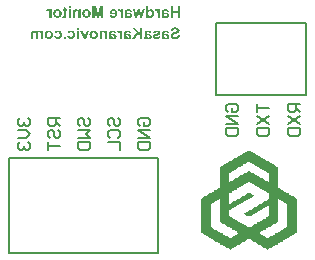
<source format=gbo>
G04 Layer_Color=32896*
%FSLAX25Y25*%
%MOIN*%
G70*
G01*
G75*
%ADD31C,0.00787*%
G36*
X73721Y78642D02*
X72956D01*
Y80296D01*
X71465D01*
Y78642D01*
X70701D01*
Y82420D01*
X71465D01*
Y80935D01*
X72956D01*
Y82420D01*
X73721D01*
Y78642D01*
D02*
G37*
G36*
X37346Y81748D02*
X36620D01*
Y82420D01*
X37346D01*
Y81748D01*
D02*
G37*
G36*
X69036Y81432D02*
X69123Y81426D01*
X69200Y81410D01*
X69276Y81399D01*
X69342Y81383D01*
X69402Y81361D01*
X69456Y81344D01*
X69500Y81328D01*
X69544Y81306D01*
X69576Y81290D01*
X69609Y81279D01*
X69631Y81262D01*
X69647Y81257D01*
X69653Y81246D01*
X69658D01*
X69751Y81164D01*
X69828Y81071D01*
X69893Y80973D01*
X69948Y80880D01*
X69986Y80793D01*
X70002Y80755D01*
X70013Y80722D01*
X70024Y80695D01*
X70029Y80673D01*
X70035Y80662D01*
Y80656D01*
X69385Y80536D01*
X69358Y80602D01*
X69331Y80656D01*
X69303Y80706D01*
X69271Y80744D01*
X69249Y80771D01*
X69227Y80787D01*
X69216Y80798D01*
X69210Y80804D01*
X69167Y80831D01*
X69118Y80853D01*
X69063Y80864D01*
X69014Y80875D01*
X68970Y80880D01*
X68937Y80886D01*
X68905D01*
X68806Y80880D01*
X68725Y80869D01*
X68659Y80858D01*
X68604Y80842D01*
X68566Y80820D01*
X68539Y80809D01*
X68523Y80798D01*
X68517Y80793D01*
X68479Y80755D01*
X68452Y80711D01*
X68435Y80662D01*
X68419Y80613D01*
X68413Y80564D01*
X68408Y80525D01*
Y80504D01*
Y80493D01*
Y80422D01*
X68446Y80405D01*
X68495Y80389D01*
X68599Y80356D01*
X68719Y80329D01*
X68834Y80302D01*
X68943Y80274D01*
X68992Y80263D01*
X69036Y80258D01*
X69069Y80252D01*
X69096Y80247D01*
X69112Y80242D01*
X69118D01*
X69249Y80214D01*
X69369Y80187D01*
X69467Y80160D01*
X69549Y80132D01*
X69615Y80105D01*
X69658Y80089D01*
X69686Y80078D01*
X69696Y80072D01*
X69767Y80034D01*
X69828Y79990D01*
X69882Y79941D01*
X69920Y79897D01*
X69959Y79859D01*
X69980Y79826D01*
X69997Y79805D01*
X70002Y79794D01*
X70040Y79723D01*
X70068Y79652D01*
X70084Y79586D01*
X70095Y79521D01*
X70106Y79466D01*
X70111Y79422D01*
Y79395D01*
Y79384D01*
X70106Y79319D01*
X70100Y79259D01*
X70073Y79144D01*
X70035Y79046D01*
X69991Y78964D01*
X69948Y78898D01*
X69909Y78849D01*
X69882Y78816D01*
X69871Y78811D01*
Y78806D01*
X69773Y78729D01*
X69664Y78675D01*
X69555Y78636D01*
X69445Y78609D01*
X69353Y78593D01*
X69309Y78587D01*
X69276D01*
X69243Y78582D01*
X69205D01*
X69118Y78587D01*
X69030Y78598D01*
X68954Y78609D01*
X68888Y78625D01*
X68834Y78642D01*
X68790Y78658D01*
X68763Y78664D01*
X68752Y78669D01*
X68675Y78707D01*
X68599Y78746D01*
X68533Y78795D01*
X68473Y78838D01*
X68424Y78877D01*
X68386Y78909D01*
X68364Y78931D01*
X68353Y78937D01*
X68348Y78915D01*
X68337Y78887D01*
X68331Y78866D01*
X68326Y78860D01*
Y78855D01*
X68310Y78806D01*
X68299Y78762D01*
X68288Y78724D01*
X68277Y78696D01*
X68266Y78675D01*
X68261Y78653D01*
X68255Y78647D01*
Y78642D01*
X67540D01*
X67572Y78713D01*
X67600Y78778D01*
X67622Y78838D01*
X67643Y78893D01*
X67654Y78937D01*
X67665Y78975D01*
X67671Y78997D01*
Y79002D01*
X67682Y79073D01*
X67687Y79160D01*
X67698Y79248D01*
Y79335D01*
X67704Y79412D01*
Y79477D01*
Y79504D01*
Y79521D01*
Y79532D01*
Y79537D01*
X67693Y80383D01*
Y80471D01*
X67698Y80547D01*
X67704Y80618D01*
X67709Y80684D01*
X67715Y80744D01*
X67725Y80798D01*
X67731Y80848D01*
X67742Y80886D01*
X67753Y80924D01*
X67758Y80951D01*
X67774Y81001D01*
X67786Y81022D01*
X67791Y81033D01*
X67835Y81093D01*
X67884Y81153D01*
X67938Y81203D01*
X67998Y81246D01*
X68047Y81279D01*
X68091Y81301D01*
X68119Y81317D01*
X68124Y81323D01*
X68129D01*
X68179Y81344D01*
X68228Y81361D01*
X68342Y81394D01*
X68463Y81415D01*
X68577Y81426D01*
X68686Y81437D01*
X68730D01*
X68768Y81443D01*
X68948D01*
X69036Y81432D01*
D02*
G37*
G36*
X48200Y78642D02*
X47496D01*
Y81612D01*
X46753Y78642D01*
X46016D01*
X45274Y81612D01*
X45268Y78642D01*
X44564D01*
Y82420D01*
X45711D01*
X46382Y79838D01*
X47059Y82420D01*
X48200D01*
Y78642D01*
D02*
G37*
G36*
X56713Y81432D02*
X56800Y81426D01*
X56876Y81410D01*
X56953Y81399D01*
X57018Y81383D01*
X57078Y81361D01*
X57133Y81344D01*
X57177Y81328D01*
X57220Y81306D01*
X57253Y81290D01*
X57286Y81279D01*
X57308Y81262D01*
X57324Y81257D01*
X57330Y81246D01*
X57335D01*
X57428Y81164D01*
X57504Y81071D01*
X57570Y80973D01*
X57624Y80880D01*
X57663Y80793D01*
X57679Y80755D01*
X57690Y80722D01*
X57701Y80695D01*
X57706Y80673D01*
X57712Y80662D01*
Y80656D01*
X57062Y80536D01*
X57035Y80602D01*
X57007Y80656D01*
X56980Y80706D01*
X56947Y80744D01*
X56925Y80771D01*
X56904Y80787D01*
X56893Y80798D01*
X56887Y80804D01*
X56844Y80831D01*
X56795Y80853D01*
X56740Y80864D01*
X56691Y80875D01*
X56647Y80880D01*
X56614Y80886D01*
X56581D01*
X56483Y80880D01*
X56401Y80869D01*
X56336Y80858D01*
X56281Y80842D01*
X56243Y80820D01*
X56216Y80809D01*
X56199Y80798D01*
X56194Y80793D01*
X56156Y80755D01*
X56128Y80711D01*
X56112Y80662D01*
X56096Y80613D01*
X56090Y80564D01*
X56085Y80525D01*
Y80504D01*
Y80493D01*
Y80422D01*
X56123Y80405D01*
X56172Y80389D01*
X56276Y80356D01*
X56396Y80329D01*
X56511Y80302D01*
X56620Y80274D01*
X56669Y80263D01*
X56713Y80258D01*
X56745Y80252D01*
X56773Y80247D01*
X56789Y80242D01*
X56795D01*
X56925Y80214D01*
X57046Y80187D01*
X57144Y80160D01*
X57226Y80132D01*
X57291Y80105D01*
X57335Y80089D01*
X57362Y80078D01*
X57373Y80072D01*
X57444Y80034D01*
X57504Y79990D01*
X57559Y79941D01*
X57597Y79897D01*
X57635Y79859D01*
X57657Y79826D01*
X57674Y79805D01*
X57679Y79794D01*
X57717Y79723D01*
X57744Y79652D01*
X57761Y79586D01*
X57772Y79521D01*
X57783Y79466D01*
X57788Y79422D01*
Y79395D01*
Y79384D01*
X57783Y79319D01*
X57777Y79259D01*
X57750Y79144D01*
X57712Y79046D01*
X57668Y78964D01*
X57624Y78898D01*
X57586Y78849D01*
X57559Y78816D01*
X57548Y78811D01*
Y78806D01*
X57450Y78729D01*
X57341Y78675D01*
X57231Y78636D01*
X57122Y78609D01*
X57029Y78593D01*
X56986Y78587D01*
X56953D01*
X56920Y78582D01*
X56882D01*
X56795Y78587D01*
X56707Y78598D01*
X56631Y78609D01*
X56565Y78625D01*
X56511Y78642D01*
X56467Y78658D01*
X56440Y78664D01*
X56429Y78669D01*
X56352Y78707D01*
X56276Y78746D01*
X56210Y78795D01*
X56150Y78838D01*
X56101Y78877D01*
X56063Y78909D01*
X56041Y78931D01*
X56030Y78937D01*
X56025Y78915D01*
X56014Y78887D01*
X56008Y78866D01*
X56003Y78860D01*
Y78855D01*
X55986Y78806D01*
X55976Y78762D01*
X55965Y78724D01*
X55954Y78696D01*
X55943Y78675D01*
X55937Y78653D01*
X55932Y78647D01*
Y78642D01*
X55216D01*
X55249Y78713D01*
X55277Y78778D01*
X55298Y78838D01*
X55320Y78893D01*
X55331Y78937D01*
X55342Y78975D01*
X55348Y78997D01*
Y79002D01*
X55358Y79073D01*
X55364Y79160D01*
X55375Y79248D01*
Y79335D01*
X55380Y79412D01*
Y79477D01*
Y79504D01*
Y79521D01*
Y79532D01*
Y79537D01*
X55369Y80383D01*
Y80471D01*
X55375Y80547D01*
X55380Y80618D01*
X55386Y80684D01*
X55391Y80744D01*
X55402Y80798D01*
X55408Y80848D01*
X55419Y80886D01*
X55430Y80924D01*
X55435Y80951D01*
X55451Y81001D01*
X55462Y81022D01*
X55468Y81033D01*
X55511Y81093D01*
X55560Y81153D01*
X55615Y81203D01*
X55675Y81246D01*
X55724Y81279D01*
X55768Y81301D01*
X55795Y81317D01*
X55801Y81323D01*
X55806D01*
X55855Y81344D01*
X55905Y81361D01*
X56019Y81394D01*
X56139Y81415D01*
X56254Y81426D01*
X56363Y81437D01*
X56407D01*
X56445Y81443D01*
X56625D01*
X56713Y81432D01*
D02*
G37*
G36*
X72361Y75399D02*
X72503Y75383D01*
X72628Y75361D01*
X72738Y75339D01*
X72787Y75323D01*
X72830Y75312D01*
X72863Y75301D01*
X72896Y75290D01*
X72918Y75279D01*
X72934Y75273D01*
X72945Y75268D01*
X72951D01*
X73060Y75213D01*
X73153Y75153D01*
X73234Y75088D01*
X73300Y75028D01*
X73355Y74973D01*
X73387Y74929D01*
X73415Y74897D01*
X73420Y74891D01*
Y74886D01*
X73475Y74793D01*
X73513Y74695D01*
X73540Y74602D01*
X73557Y74520D01*
X73568Y74449D01*
X73579Y74394D01*
Y74373D01*
Y74356D01*
Y74351D01*
Y74345D01*
X73573Y74263D01*
X73562Y74181D01*
X73546Y74110D01*
X73524Y74039D01*
X73469Y73908D01*
X73404Y73794D01*
X73377Y73745D01*
X73344Y73706D01*
X73316Y73668D01*
X73289Y73635D01*
X73267Y73614D01*
X73251Y73597D01*
X73240Y73586D01*
X73234Y73581D01*
X73185Y73543D01*
X73125Y73504D01*
X73065Y73466D01*
X72994Y73433D01*
X72858Y73368D01*
X72716Y73313D01*
X72645Y73291D01*
X72585Y73270D01*
X72525Y73253D01*
X72476Y73237D01*
X72437Y73226D01*
X72405Y73215D01*
X72383Y73210D01*
X72377D01*
X72290Y73188D01*
X72214Y73166D01*
X72142Y73149D01*
X72077Y73133D01*
X72022Y73117D01*
X71973Y73106D01*
X71930Y73089D01*
X71891Y73079D01*
X71859Y73073D01*
X71831Y73062D01*
X71793Y73051D01*
X71771Y73040D01*
X71766D01*
X71695Y73013D01*
X71640Y72986D01*
X71591Y72958D01*
X71553Y72931D01*
X71526Y72909D01*
X71509Y72893D01*
X71498Y72882D01*
X71493Y72876D01*
X71465Y72838D01*
X71444Y72800D01*
X71433Y72762D01*
X71422Y72729D01*
X71416Y72696D01*
X71411Y72669D01*
Y72653D01*
Y72647D01*
X71416Y72571D01*
X71438Y72505D01*
X71471Y72440D01*
X71504Y72385D01*
X71542Y72341D01*
X71569Y72309D01*
X71591Y72287D01*
X71602Y72281D01*
X71678Y72232D01*
X71766Y72194D01*
X71859Y72167D01*
X71946Y72150D01*
X72028Y72139D01*
X72093Y72128D01*
X72154D01*
X72279Y72134D01*
X72388Y72156D01*
X72481Y72183D01*
X72563Y72216D01*
X72628Y72249D01*
X72672Y72276D01*
X72699Y72298D01*
X72710Y72303D01*
X72781Y72380D01*
X72836Y72461D01*
X72885Y72554D01*
X72918Y72647D01*
X72945Y72729D01*
X72967Y72795D01*
X72973Y72816D01*
Y72838D01*
X72978Y72849D01*
Y72855D01*
X73721Y72784D01*
X73704Y72669D01*
X73682Y72560D01*
X73650Y72456D01*
X73622Y72363D01*
X73584Y72276D01*
X73546Y72194D01*
X73507Y72123D01*
X73469Y72057D01*
X73431Y72003D01*
X73393Y71954D01*
X73360Y71910D01*
X73327Y71872D01*
X73305Y71845D01*
X73284Y71828D01*
X73273Y71817D01*
X73267Y71812D01*
X73191Y71752D01*
X73109Y71702D01*
X73022Y71659D01*
X72929Y71621D01*
X72841Y71593D01*
X72749Y71566D01*
X72568Y71528D01*
X72487Y71511D01*
X72410Y71500D01*
X72345Y71495D01*
X72285Y71490D01*
X72235Y71484D01*
X72164D01*
X71990Y71490D01*
X71831Y71506D01*
X71689Y71528D01*
X71629Y71539D01*
X71569Y71555D01*
X71520Y71566D01*
X71476Y71577D01*
X71438Y71588D01*
X71405Y71599D01*
X71378Y71610D01*
X71362Y71615D01*
X71351Y71621D01*
X71345D01*
X71225Y71681D01*
X71127Y71746D01*
X71034Y71812D01*
X70963Y71883D01*
X70909Y71943D01*
X70865Y71997D01*
X70843Y72030D01*
X70832Y72036D01*
Y72041D01*
X70772Y72150D01*
X70723Y72254D01*
X70690Y72358D01*
X70668Y72456D01*
X70657Y72532D01*
X70652Y72571D01*
X70647Y72598D01*
Y72620D01*
Y72636D01*
Y72647D01*
Y72653D01*
X70652Y72784D01*
X70668Y72898D01*
X70696Y73002D01*
X70723Y73089D01*
X70750Y73160D01*
X70777Y73210D01*
X70794Y73242D01*
X70799Y73253D01*
X70859Y73340D01*
X70930Y73417D01*
X71001Y73483D01*
X71067Y73537D01*
X71127Y73581D01*
X71176Y73614D01*
X71209Y73635D01*
X71214Y73641D01*
X71220D01*
X71274Y73668D01*
X71329Y73695D01*
X71460Y73745D01*
X71596Y73788D01*
X71728Y73832D01*
X71788Y73848D01*
X71848Y73865D01*
X71902Y73881D01*
X71946Y73892D01*
X71984Y73903D01*
X72012Y73908D01*
X72033Y73914D01*
X72039D01*
X72137Y73941D01*
X72224Y73963D01*
X72306Y73985D01*
X72383Y74007D01*
X72443Y74028D01*
X72503Y74050D01*
X72552Y74072D01*
X72596Y74089D01*
X72634Y74105D01*
X72661Y74121D01*
X72689Y74132D01*
X72705Y74143D01*
X72732Y74159D01*
X72738Y74165D01*
X72776Y74203D01*
X72803Y74241D01*
X72820Y74280D01*
X72830Y74318D01*
X72841Y74345D01*
X72847Y74373D01*
Y74389D01*
Y74394D01*
X72841Y74449D01*
X72830Y74493D01*
X72809Y74536D01*
X72787Y74569D01*
X72765Y74596D01*
X72743Y74613D01*
X72732Y74624D01*
X72727Y74629D01*
X72650Y74678D01*
X72568Y74711D01*
X72481Y74738D01*
X72399Y74755D01*
X72328Y74766D01*
X72268Y74771D01*
X72214D01*
X72099Y74766D01*
X72001Y74749D01*
X71919Y74727D01*
X71853Y74705D01*
X71799Y74684D01*
X71760Y74662D01*
X71738Y74646D01*
X71733Y74640D01*
X71678Y74585D01*
X71629Y74520D01*
X71591Y74454D01*
X71564Y74383D01*
X71542Y74323D01*
X71531Y74274D01*
X71520Y74236D01*
Y74230D01*
Y74225D01*
X70756Y74252D01*
X70761Y74351D01*
X70777Y74438D01*
X70799Y74525D01*
X70827Y74602D01*
X70854Y74678D01*
X70887Y74749D01*
X70920Y74809D01*
X70952Y74869D01*
X70991Y74919D01*
X71023Y74962D01*
X71056Y75000D01*
X71083Y75033D01*
X71105Y75055D01*
X71122Y75071D01*
X71132Y75082D01*
X71138Y75088D01*
X71209Y75142D01*
X71285Y75191D01*
X71367Y75235D01*
X71455Y75273D01*
X71542Y75301D01*
X71629Y75328D01*
X71804Y75366D01*
X71886Y75377D01*
X71957Y75388D01*
X72028Y75393D01*
X72088Y75399D01*
X72137Y75404D01*
X72203D01*
X72361Y75399D01*
D02*
G37*
G36*
X35659Y71555D02*
X34933D01*
Y72281D01*
X35659D01*
Y71555D01*
D02*
G37*
G36*
X40065D02*
X39339D01*
Y74296D01*
X40065D01*
Y71555D01*
D02*
G37*
G36*
X66278Y74345D02*
X66371Y74334D01*
X66459Y74318D01*
X66535Y74301D01*
X66606Y74280D01*
X66672Y74258D01*
X66732Y74236D01*
X66781Y74209D01*
X66825Y74187D01*
X66863Y74165D01*
X66890Y74149D01*
X66917Y74132D01*
X66934Y74121D01*
X66939Y74116D01*
X66945Y74110D01*
X66994Y74067D01*
X67037Y74018D01*
X67076Y73968D01*
X67103Y73914D01*
X67158Y73816D01*
X67190Y73723D01*
X67207Y73641D01*
X67212Y73603D01*
X67218Y73575D01*
X67223Y73548D01*
Y73532D01*
Y73521D01*
Y73515D01*
X67218Y73444D01*
X67207Y73379D01*
X67196Y73313D01*
X67174Y73253D01*
X67119Y73149D01*
X67059Y73062D01*
X67005Y72991D01*
X66950Y72942D01*
X66928Y72920D01*
X66917Y72909D01*
X66906Y72904D01*
X66901Y72898D01*
X66852Y72871D01*
X66786Y72838D01*
X66710Y72806D01*
X66628Y72778D01*
X66541Y72745D01*
X66448Y72718D01*
X66257Y72663D01*
X66164Y72636D01*
X66076Y72614D01*
X66000Y72593D01*
X65929Y72576D01*
X65869Y72565D01*
X65825Y72554D01*
X65798Y72543D01*
X65787D01*
X65722Y72527D01*
X65672Y72511D01*
X65629Y72494D01*
X65596Y72483D01*
X65574Y72467D01*
X65558Y72461D01*
X65547Y72451D01*
X65514Y72407D01*
X65498Y72363D01*
X65492Y72330D01*
Y72320D01*
Y72314D01*
X65498Y72270D01*
X65509Y72232D01*
X65525Y72199D01*
X65541Y72172D01*
X65558Y72150D01*
X65574Y72134D01*
X65585Y72123D01*
X65591Y72118D01*
X65651Y72085D01*
X65716Y72063D01*
X65787Y72041D01*
X65853Y72030D01*
X65913Y72025D01*
X65967Y72019D01*
X66011D01*
X66104Y72025D01*
X66180Y72036D01*
X66251Y72052D01*
X66306Y72074D01*
X66350Y72090D01*
X66382Y72107D01*
X66404Y72118D01*
X66409Y72123D01*
X66459Y72167D01*
X66497Y72221D01*
X66530Y72270D01*
X66557Y72325D01*
X66573Y72374D01*
X66584Y72412D01*
X66595Y72434D01*
Y72445D01*
X67321Y72336D01*
X67272Y72199D01*
X67212Y72074D01*
X67147Y71970D01*
X67076Y71883D01*
X67010Y71812D01*
X66950Y71763D01*
X66934Y71741D01*
X66917Y71730D01*
X66906Y71724D01*
X66901Y71719D01*
X66835Y71681D01*
X66770Y71643D01*
X66623Y71588D01*
X66475Y71550D01*
X66333Y71522D01*
X66268Y71511D01*
X66207Y71506D01*
X66153Y71500D01*
X66104D01*
X66066Y71495D01*
X66011D01*
X65902Y71500D01*
X65798Y71506D01*
X65700Y71522D01*
X65607Y71539D01*
X65525Y71555D01*
X65449Y71582D01*
X65378Y71604D01*
X65317Y71632D01*
X65263Y71653D01*
X65214Y71681D01*
X65176Y71702D01*
X65143Y71719D01*
X65115Y71741D01*
X65099Y71752D01*
X65088Y71757D01*
X65083Y71763D01*
X65028Y71817D01*
X64979Y71872D01*
X64935Y71926D01*
X64897Y71981D01*
X64870Y72036D01*
X64842Y72090D01*
X64804Y72189D01*
X64783Y72281D01*
X64777Y72320D01*
X64771Y72347D01*
X64766Y72374D01*
Y72396D01*
Y72407D01*
Y72412D01*
X64777Y72532D01*
X64804Y72642D01*
X64837Y72734D01*
X64881Y72811D01*
X64924Y72871D01*
X64957Y72915D01*
X64985Y72936D01*
X64995Y72947D01*
X65044Y72980D01*
X65094Y73018D01*
X65154Y73046D01*
X65219Y73079D01*
X65350Y73133D01*
X65487Y73182D01*
X65607Y73220D01*
X65662Y73231D01*
X65711Y73248D01*
X65749Y73259D01*
X65776Y73264D01*
X65798Y73270D01*
X65803D01*
X65907Y73297D01*
X66000Y73319D01*
X66082Y73340D01*
X66153Y73362D01*
X66218Y73379D01*
X66273Y73395D01*
X66317Y73412D01*
X66360Y73422D01*
X66393Y73439D01*
X66421Y73450D01*
X66442Y73455D01*
X66453Y73466D01*
X66475Y73472D01*
X66480Y73477D01*
X66502Y73499D01*
X66519Y73521D01*
X66541Y73564D01*
X66552Y73597D01*
Y73603D01*
Y73608D01*
X66546Y73641D01*
X66541Y73668D01*
X66508Y73717D01*
X66480Y73745D01*
X66475Y73756D01*
X66470D01*
X66415Y73783D01*
X66355Y73805D01*
X66289Y73816D01*
X66218Y73826D01*
X66158Y73832D01*
X66109Y73837D01*
X66060D01*
X65978Y73832D01*
X65907Y73826D01*
X65847Y73810D01*
X65798Y73794D01*
X65760Y73777D01*
X65733Y73766D01*
X65716Y73756D01*
X65711Y73750D01*
X65667Y73717D01*
X65634Y73679D01*
X65601Y73641D01*
X65580Y73597D01*
X65563Y73564D01*
X65552Y73537D01*
X65541Y73515D01*
Y73510D01*
X64859Y73635D01*
X64903Y73761D01*
X64963Y73870D01*
X65023Y73963D01*
X65088Y74034D01*
X65143Y74094D01*
X65192Y74138D01*
X65225Y74159D01*
X65230Y74171D01*
X65236D01*
X65290Y74203D01*
X65350Y74230D01*
X65481Y74280D01*
X65618Y74312D01*
X65754Y74334D01*
X65820Y74340D01*
X65880Y74345D01*
X65934Y74351D01*
X65978Y74356D01*
X66180D01*
X66278Y74345D01*
D02*
G37*
G36*
X30155Y74351D02*
X30292Y74329D01*
X30417Y74301D01*
X30526Y74269D01*
X30570Y74247D01*
X30614Y74230D01*
X30652Y74220D01*
X30679Y74203D01*
X30707Y74192D01*
X30723Y74181D01*
X30734Y74176D01*
X30739D01*
X30854Y74099D01*
X30952Y74018D01*
X31040Y73930D01*
X31111Y73848D01*
X31165Y73772D01*
X31209Y73712D01*
X31225Y73690D01*
X31231Y73674D01*
X31242Y73663D01*
Y73657D01*
X31302Y73532D01*
X31340Y73406D01*
X31373Y73291D01*
X31395Y73188D01*
X31405Y73095D01*
X31411Y73057D01*
Y73024D01*
X31416Y73002D01*
Y72980D01*
Y72969D01*
Y72964D01*
X31411Y72795D01*
X31389Y72636D01*
X31362Y72500D01*
X31345Y72440D01*
X31329Y72385D01*
X31313Y72336D01*
X31296Y72292D01*
X31280Y72254D01*
X31269Y72221D01*
X31258Y72194D01*
X31247Y72178D01*
X31242Y72167D01*
Y72161D01*
X31165Y72047D01*
X31083Y71948D01*
X30996Y71861D01*
X30914Y71790D01*
X30838Y71735D01*
X30778Y71697D01*
X30756Y71681D01*
X30739Y71670D01*
X30728Y71664D01*
X30723D01*
X30592Y71610D01*
X30466Y71566D01*
X30346Y71539D01*
X30232Y71517D01*
X30139Y71506D01*
X30101Y71500D01*
X30068D01*
X30040Y71495D01*
X30002D01*
X29888Y71500D01*
X29784Y71511D01*
X29680Y71533D01*
X29587Y71561D01*
X29495Y71588D01*
X29413Y71621D01*
X29336Y71659D01*
X29265Y71697D01*
X29205Y71735D01*
X29151Y71773D01*
X29101Y71806D01*
X29063Y71834D01*
X29030Y71861D01*
X29008Y71883D01*
X28998Y71894D01*
X28992Y71899D01*
X28921Y71981D01*
X28861Y72063D01*
X28806Y72145D01*
X28757Y72232D01*
X28719Y72320D01*
X28686Y72407D01*
X28659Y72489D01*
X28637Y72571D01*
X28621Y72642D01*
X28610Y72713D01*
X28599Y72773D01*
X28594Y72827D01*
X28588Y72871D01*
Y72904D01*
Y72926D01*
Y72931D01*
X28594Y73046D01*
X28605Y73155D01*
X28626Y73253D01*
X28648Y73352D01*
X28681Y73439D01*
X28714Y73526D01*
X28752Y73603D01*
X28785Y73674D01*
X28823Y73734D01*
X28861Y73794D01*
X28894Y73837D01*
X28927Y73881D01*
X28949Y73908D01*
X28970Y73936D01*
X28981Y73947D01*
X28987Y73952D01*
X29063Y74023D01*
X29145Y74083D01*
X29227Y74138D01*
X29314Y74187D01*
X29402Y74225D01*
X29484Y74258D01*
X29566Y74285D01*
X29647Y74307D01*
X29718Y74323D01*
X29789Y74334D01*
X29849Y74345D01*
X29904Y74351D01*
X29948Y74356D01*
X30008D01*
X30155Y74351D01*
D02*
G37*
G36*
X45132D02*
X45268Y74329D01*
X45394Y74301D01*
X45503Y74269D01*
X45547Y74247D01*
X45591Y74230D01*
X45629Y74220D01*
X45656Y74203D01*
X45683Y74192D01*
X45700Y74181D01*
X45711Y74176D01*
X45716D01*
X45831Y74099D01*
X45929Y74018D01*
X46016Y73930D01*
X46087Y73848D01*
X46142Y73772D01*
X46186Y73712D01*
X46202Y73690D01*
X46207Y73674D01*
X46218Y73663D01*
Y73657D01*
X46279Y73532D01*
X46317Y73406D01*
X46349Y73291D01*
X46371Y73188D01*
X46382Y73095D01*
X46388Y73057D01*
Y73024D01*
X46393Y73002D01*
Y72980D01*
Y72969D01*
Y72964D01*
X46388Y72795D01*
X46366Y72636D01*
X46339Y72500D01*
X46322Y72440D01*
X46306Y72385D01*
X46289Y72336D01*
X46273Y72292D01*
X46257Y72254D01*
X46246Y72221D01*
X46235Y72194D01*
X46224Y72178D01*
X46218Y72167D01*
Y72161D01*
X46142Y72047D01*
X46060Y71948D01*
X45973Y71861D01*
X45891Y71790D01*
X45814Y71735D01*
X45754Y71697D01*
X45733Y71681D01*
X45716Y71670D01*
X45705Y71664D01*
X45700D01*
X45569Y71610D01*
X45443Y71566D01*
X45323Y71539D01*
X45208Y71517D01*
X45116Y71506D01*
X45077Y71500D01*
X45045D01*
X45017Y71495D01*
X44979D01*
X44864Y71500D01*
X44761Y71511D01*
X44657Y71533D01*
X44564Y71561D01*
X44471Y71588D01*
X44389Y71621D01*
X44313Y71659D01*
X44242Y71697D01*
X44182Y71735D01*
X44127Y71773D01*
X44078Y71806D01*
X44040Y71834D01*
X44007Y71861D01*
X43985Y71883D01*
X43974Y71894D01*
X43969Y71899D01*
X43898Y71981D01*
X43838Y72063D01*
X43783Y72145D01*
X43734Y72232D01*
X43696Y72320D01*
X43663Y72407D01*
X43636Y72489D01*
X43614Y72571D01*
X43598Y72642D01*
X43587Y72713D01*
X43576Y72773D01*
X43570Y72827D01*
X43565Y72871D01*
Y72904D01*
Y72926D01*
Y72931D01*
X43570Y73046D01*
X43581Y73155D01*
X43603Y73253D01*
X43625Y73352D01*
X43658Y73439D01*
X43690Y73526D01*
X43729Y73603D01*
X43762Y73674D01*
X43800Y73734D01*
X43838Y73794D01*
X43871Y73837D01*
X43903Y73881D01*
X43925Y73908D01*
X43947Y73936D01*
X43958Y73947D01*
X43964Y73952D01*
X44040Y74023D01*
X44122Y74083D01*
X44204Y74138D01*
X44291Y74187D01*
X44378Y74225D01*
X44460Y74258D01*
X44542Y74285D01*
X44624Y74307D01*
X44695Y74323D01*
X44766Y74334D01*
X44826Y74345D01*
X44881Y74351D01*
X44924Y74356D01*
X44984D01*
X45132Y74351D01*
D02*
G37*
G36*
X29697Y81437D02*
X29751Y81432D01*
X29806Y81415D01*
X29849Y81399D01*
X29888Y81383D01*
X29920Y81372D01*
X29937Y81361D01*
X29942Y81355D01*
X29997Y81317D01*
X30046Y81262D01*
X30101Y81203D01*
X30144Y81142D01*
X30188Y81082D01*
X30221Y81033D01*
X30242Y81001D01*
X30248Y80995D01*
Y81383D01*
X30920D01*
Y78642D01*
X30193D01*
Y79483D01*
Y79608D01*
Y79723D01*
X30188Y79826D01*
X30182Y79919D01*
Y80007D01*
X30177Y80078D01*
X30171Y80149D01*
X30166Y80203D01*
X30161Y80252D01*
X30155Y80296D01*
X30150Y80329D01*
Y80356D01*
X30144Y80373D01*
X30139Y80389D01*
Y80400D01*
X30117Y80476D01*
X30090Y80542D01*
X30062Y80596D01*
X30035Y80635D01*
X30013Y80667D01*
X29991Y80689D01*
X29980Y80700D01*
X29975Y80706D01*
X29931Y80733D01*
X29888Y80755D01*
X29844Y80771D01*
X29806Y80782D01*
X29773Y80787D01*
X29740Y80793D01*
X29718D01*
X29658Y80787D01*
X29598Y80777D01*
X29544Y80755D01*
X29489Y80733D01*
X29445Y80711D01*
X29413Y80689D01*
X29385Y80678D01*
X29380Y80673D01*
X29151Y81301D01*
X29238Y81350D01*
X29320Y81383D01*
X29402Y81410D01*
X29478Y81426D01*
X29538Y81437D01*
X29587Y81443D01*
X29631D01*
X29697Y81437D01*
D02*
G37*
G36*
X37346Y78642D02*
X36620D01*
Y81383D01*
X37346D01*
Y78642D01*
D02*
G37*
G36*
X63139Y81060D02*
X63204Y81126D01*
X63270Y81186D01*
X63336Y81235D01*
X63406Y81284D01*
X63472Y81317D01*
X63538Y81350D01*
X63603Y81377D01*
X63663Y81394D01*
X63723Y81410D01*
X63772Y81421D01*
X63822Y81432D01*
X63860Y81437D01*
X63893Y81443D01*
X63936D01*
X64029Y81437D01*
X64116Y81426D01*
X64198Y81410D01*
X64280Y81388D01*
X64417Y81328D01*
X64482Y81295D01*
X64537Y81262D01*
X64591Y81224D01*
X64635Y81191D01*
X64673Y81164D01*
X64706Y81137D01*
X64733Y81110D01*
X64750Y81093D01*
X64761Y81082D01*
X64766Y81077D01*
X64821Y81006D01*
X64870Y80929D01*
X64913Y80848D01*
X64952Y80760D01*
X64985Y80673D01*
X65012Y80585D01*
X65050Y80411D01*
X65061Y80334D01*
X65072Y80258D01*
X65077Y80192D01*
X65083Y80132D01*
X65088Y80083D01*
Y80050D01*
Y80023D01*
Y80018D01*
X65083Y79892D01*
X65072Y79777D01*
X65056Y79668D01*
X65034Y79564D01*
X65012Y79472D01*
X64985Y79384D01*
X64952Y79308D01*
X64919Y79237D01*
X64892Y79171D01*
X64859Y79117D01*
X64832Y79068D01*
X64804Y79029D01*
X64788Y78997D01*
X64771Y78975D01*
X64761Y78964D01*
X64755Y78958D01*
X64690Y78893D01*
X64624Y78833D01*
X64553Y78784D01*
X64488Y78740D01*
X64417Y78702D01*
X64351Y78675D01*
X64286Y78647D01*
X64226Y78631D01*
X64166Y78614D01*
X64111Y78604D01*
X64067Y78593D01*
X64024Y78587D01*
X63991Y78582D01*
X63947D01*
X63860Y78587D01*
X63778Y78598D01*
X63696Y78614D01*
X63625Y78636D01*
X63570Y78658D01*
X63521Y78675D01*
X63494Y78685D01*
X63483Y78691D01*
X63401Y78740D01*
X63325Y78795D01*
X63254Y78855D01*
X63199Y78909D01*
X63150Y78958D01*
X63112Y79002D01*
X63090Y79029D01*
X63084Y79040D01*
Y78642D01*
X62413D01*
Y82420D01*
X63139D01*
Y81060D01*
D02*
G37*
G36*
X33022Y81437D02*
X33158Y81415D01*
X33284Y81388D01*
X33393Y81355D01*
X33437Y81334D01*
X33480Y81317D01*
X33518Y81306D01*
X33546Y81290D01*
X33573Y81279D01*
X33590Y81268D01*
X33600Y81262D01*
X33606D01*
X33720Y81186D01*
X33819Y81104D01*
X33906Y81017D01*
X33977Y80935D01*
X34032Y80858D01*
X34075Y80798D01*
X34092Y80777D01*
X34097Y80760D01*
X34108Y80749D01*
Y80744D01*
X34168Y80618D01*
X34207Y80493D01*
X34239Y80378D01*
X34261Y80274D01*
X34272Y80181D01*
X34277Y80143D01*
Y80111D01*
X34283Y80089D01*
Y80067D01*
Y80056D01*
Y80050D01*
X34277Y79881D01*
X34256Y79723D01*
X34228Y79586D01*
X34212Y79526D01*
X34196Y79472D01*
X34179Y79422D01*
X34163Y79379D01*
X34146Y79341D01*
X34135Y79308D01*
X34125Y79281D01*
X34114Y79264D01*
X34108Y79253D01*
Y79248D01*
X34032Y79133D01*
X33950Y79035D01*
X33863Y78948D01*
X33781Y78877D01*
X33704Y78822D01*
X33644Y78784D01*
X33622Y78767D01*
X33606Y78756D01*
X33595Y78751D01*
X33590D01*
X33458Y78696D01*
X33333Y78653D01*
X33213Y78625D01*
X33098Y78604D01*
X33005Y78593D01*
X32967Y78587D01*
X32934D01*
X32907Y78582D01*
X32869D01*
X32754Y78587D01*
X32650Y78598D01*
X32547Y78620D01*
X32454Y78647D01*
X32361Y78675D01*
X32279Y78707D01*
X32203Y78746D01*
X32132Y78784D01*
X32072Y78822D01*
X32017Y78860D01*
X31968Y78893D01*
X31930Y78920D01*
X31897Y78948D01*
X31875Y78969D01*
X31864Y78980D01*
X31859Y78986D01*
X31788Y79068D01*
X31728Y79150D01*
X31673Y79231D01*
X31624Y79319D01*
X31586Y79406D01*
X31553Y79493D01*
X31526Y79575D01*
X31504Y79657D01*
X31487Y79728D01*
X31477Y79799D01*
X31466Y79859D01*
X31460Y79914D01*
X31455Y79958D01*
Y79990D01*
Y80012D01*
Y80018D01*
X31460Y80132D01*
X31471Y80242D01*
X31493Y80340D01*
X31515Y80438D01*
X31547Y80525D01*
X31580Y80613D01*
X31618Y80689D01*
X31651Y80760D01*
X31689Y80820D01*
X31728Y80880D01*
X31760Y80924D01*
X31793Y80968D01*
X31815Y80995D01*
X31837Y81022D01*
X31848Y81033D01*
X31853Y81039D01*
X31930Y81110D01*
X32012Y81170D01*
X32093Y81224D01*
X32181Y81274D01*
X32268Y81312D01*
X32350Y81344D01*
X32432Y81372D01*
X32514Y81394D01*
X32585Y81410D01*
X32656Y81421D01*
X32716Y81432D01*
X32770Y81437D01*
X32814Y81443D01*
X32874D01*
X33022Y81437D01*
D02*
G37*
G36*
X42702D02*
X42839Y81415D01*
X42964Y81388D01*
X43073Y81355D01*
X43117Y81334D01*
X43161Y81317D01*
X43199Y81306D01*
X43226Y81290D01*
X43254Y81279D01*
X43270Y81268D01*
X43281Y81262D01*
X43286D01*
X43401Y81186D01*
X43499Y81104D01*
X43587Y81017D01*
X43658Y80935D01*
X43712Y80858D01*
X43756Y80798D01*
X43772Y80777D01*
X43778Y80760D01*
X43789Y80749D01*
Y80744D01*
X43849Y80618D01*
X43887Y80493D01*
X43920Y80378D01*
X43942Y80274D01*
X43953Y80181D01*
X43958Y80143D01*
Y80111D01*
X43964Y80089D01*
Y80067D01*
Y80056D01*
Y80050D01*
X43958Y79881D01*
X43936Y79723D01*
X43909Y79586D01*
X43892Y79526D01*
X43876Y79472D01*
X43860Y79422D01*
X43843Y79379D01*
X43827Y79341D01*
X43816Y79308D01*
X43805Y79281D01*
X43794Y79264D01*
X43789Y79253D01*
Y79248D01*
X43712Y79133D01*
X43630Y79035D01*
X43543Y78948D01*
X43461Y78877D01*
X43385Y78822D01*
X43325Y78784D01*
X43303Y78767D01*
X43286Y78756D01*
X43275Y78751D01*
X43270D01*
X43139Y78696D01*
X43013Y78653D01*
X42893Y78625D01*
X42779Y78604D01*
X42686Y78593D01*
X42648Y78587D01*
X42615D01*
X42588Y78582D01*
X42549D01*
X42435Y78587D01*
X42331Y78598D01*
X42227Y78620D01*
X42134Y78647D01*
X42042Y78675D01*
X41960Y78707D01*
X41883Y78746D01*
X41812Y78784D01*
X41752Y78822D01*
X41698Y78860D01*
X41648Y78893D01*
X41610Y78920D01*
X41578Y78948D01*
X41556Y78969D01*
X41545Y78980D01*
X41539Y78986D01*
X41468Y79068D01*
X41408Y79150D01*
X41354Y79231D01*
X41304Y79319D01*
X41266Y79406D01*
X41234Y79493D01*
X41206Y79575D01*
X41184Y79657D01*
X41168Y79728D01*
X41157Y79799D01*
X41146Y79859D01*
X41141Y79914D01*
X41135Y79958D01*
Y79990D01*
Y80012D01*
Y80018D01*
X41141Y80132D01*
X41152Y80242D01*
X41173Y80340D01*
X41195Y80438D01*
X41228Y80525D01*
X41261Y80613D01*
X41299Y80689D01*
X41332Y80760D01*
X41370Y80820D01*
X41408Y80880D01*
X41441Y80924D01*
X41474Y80968D01*
X41496Y80995D01*
X41517Y81022D01*
X41528Y81033D01*
X41534Y81039D01*
X41610Y81110D01*
X41692Y81170D01*
X41774Y81224D01*
X41861Y81274D01*
X41949Y81312D01*
X42031Y81344D01*
X42112Y81372D01*
X42194Y81394D01*
X42265Y81410D01*
X42336Y81421D01*
X42397Y81432D01*
X42451Y81437D01*
X42495Y81443D01*
X42555D01*
X42702Y81437D01*
D02*
G37*
G36*
X39104D02*
X39202Y81421D01*
X39290Y81399D01*
X39377Y81372D01*
X39459Y81334D01*
X39530Y81295D01*
X39601Y81252D01*
X39661Y81213D01*
X39716Y81170D01*
X39765Y81126D01*
X39808Y81088D01*
X39841Y81050D01*
X39869Y81022D01*
X39890Y81001D01*
X39901Y80984D01*
X39907Y80979D01*
Y81383D01*
X40578D01*
Y78642D01*
X39852D01*
Y79876D01*
Y79958D01*
Y80034D01*
X39847Y80105D01*
X39841Y80165D01*
Y80225D01*
X39836Y80274D01*
X39830Y80323D01*
X39825Y80362D01*
X39814Y80427D01*
X39808Y80471D01*
X39797Y80498D01*
Y80504D01*
X39776Y80564D01*
X39743Y80624D01*
X39710Y80667D01*
X39677Y80711D01*
X39645Y80738D01*
X39617Y80766D01*
X39601Y80777D01*
X39595Y80782D01*
X39535Y80815D01*
X39475Y80842D01*
X39421Y80858D01*
X39366Y80875D01*
X39323Y80880D01*
X39290Y80886D01*
X39257D01*
X39202Y80880D01*
X39153Y80875D01*
X39115Y80864D01*
X39077Y80848D01*
X39044Y80831D01*
X39022Y80820D01*
X39011Y80815D01*
X39006Y80809D01*
X38968Y80782D01*
X38940Y80749D01*
X38891Y80684D01*
X38875Y80651D01*
X38864Y80629D01*
X38853Y80613D01*
Y80607D01*
X38842Y80580D01*
X38837Y80547D01*
X38826Y80465D01*
X38815Y80367D01*
X38809Y80274D01*
X38804Y80181D01*
Y80143D01*
Y80105D01*
Y80078D01*
Y80056D01*
Y80040D01*
Y80034D01*
Y78642D01*
X38078D01*
Y80340D01*
Y80454D01*
X38083Y80547D01*
X38089Y80635D01*
X38099Y80700D01*
X38105Y80755D01*
X38116Y80793D01*
X38121Y80820D01*
Y80826D01*
X38138Y80891D01*
X38159Y80946D01*
X38181Y81001D01*
X38209Y81044D01*
X38230Y81082D01*
X38247Y81110D01*
X38258Y81126D01*
X38263Y81132D01*
X38307Y81181D01*
X38356Y81224D01*
X38405Y81262D01*
X38454Y81295D01*
X38498Y81323D01*
X38536Y81339D01*
X38558Y81350D01*
X38569Y81355D01*
X38645Y81383D01*
X38722Y81405D01*
X38793Y81421D01*
X38858Y81432D01*
X38918Y81437D01*
X38968Y81443D01*
X39006D01*
X39104Y81437D01*
D02*
G37*
G36*
X35839Y81929D02*
Y81383D01*
X36172D01*
Y80804D01*
X35839D01*
Y79608D01*
Y79537D01*
Y79477D01*
Y79417D01*
X35833Y79368D01*
Y79281D01*
X35828Y79210D01*
X35823Y79155D01*
Y79122D01*
X35817Y79100D01*
Y79095D01*
X35806Y79035D01*
X35790Y78980D01*
X35774Y78931D01*
X35757Y78893D01*
X35741Y78860D01*
X35730Y78838D01*
X35724Y78822D01*
X35719Y78816D01*
X35686Y78778D01*
X35648Y78746D01*
X35572Y78691D01*
X35539Y78675D01*
X35511Y78658D01*
X35490Y78653D01*
X35484Y78647D01*
X35424Y78625D01*
X35364Y78609D01*
X35304Y78598D01*
X35249Y78593D01*
X35200Y78587D01*
X35162Y78582D01*
X35129D01*
X35015Y78587D01*
X34905Y78598D01*
X34807Y78614D01*
X34725Y78636D01*
X34654Y78653D01*
X34600Y78669D01*
X34567Y78680D01*
X34561Y78685D01*
X34556D01*
X34621Y79248D01*
X34687Y79226D01*
X34747Y79210D01*
X34796Y79199D01*
X34840Y79193D01*
X34873Y79188D01*
X34894Y79182D01*
X34916D01*
X34965Y79188D01*
X35004Y79199D01*
X35026Y79210D01*
X35036Y79215D01*
X35069Y79248D01*
X35085Y79275D01*
X35096Y79297D01*
X35102Y79308D01*
Y79319D01*
X35107Y79341D01*
Y79390D01*
Y79455D01*
X35113Y79521D01*
Y79586D01*
Y79641D01*
Y79663D01*
Y79679D01*
Y79690D01*
Y79695D01*
Y80804D01*
X34616D01*
Y81383D01*
X35113D01*
Y82354D01*
X35839Y81929D01*
D02*
G37*
G36*
X61195Y78642D02*
X60491D01*
X60027Y80400D01*
X59557Y78642D01*
X58858D01*
X57979Y81383D01*
X58695D01*
X59219Y79586D01*
X59672Y81383D01*
X60371D01*
X60846Y79586D01*
X61359Y81383D01*
X62058D01*
X61195Y78642D01*
D02*
G37*
G36*
X51662Y81437D02*
X51755Y81426D01*
X51848Y81405D01*
X51930Y81383D01*
X52012Y81355D01*
X52083Y81323D01*
X52153Y81284D01*
X52214Y81252D01*
X52268Y81213D01*
X52317Y81175D01*
X52361Y81142D01*
X52394Y81115D01*
X52421Y81093D01*
X52443Y81071D01*
X52454Y81060D01*
X52459Y81055D01*
X52519Y80979D01*
X52574Y80897D01*
X52623Y80815D01*
X52667Y80727D01*
X52700Y80635D01*
X52727Y80547D01*
X52771Y80378D01*
X52787Y80296D01*
X52798Y80225D01*
X52803Y80160D01*
X52809Y80105D01*
X52814Y80056D01*
Y80018D01*
Y79996D01*
Y79990D01*
X52809Y79887D01*
X52803Y79783D01*
X52787Y79690D01*
X52771Y79603D01*
X52754Y79515D01*
X52727Y79439D01*
X52705Y79368D01*
X52678Y79302D01*
X52656Y79242D01*
X52628Y79193D01*
X52607Y79150D01*
X52590Y79111D01*
X52568Y79084D01*
X52557Y79062D01*
X52552Y79051D01*
X52547Y79046D01*
X52476Y78964D01*
X52405Y78893D01*
X52323Y78833D01*
X52235Y78778D01*
X52148Y78735D01*
X52061Y78696D01*
X51973Y78664D01*
X51886Y78642D01*
X51810Y78620D01*
X51733Y78609D01*
X51662Y78598D01*
X51602Y78587D01*
X51553D01*
X51520Y78582D01*
X51487D01*
X51329Y78593D01*
X51182Y78614D01*
X51056Y78647D01*
X50947Y78685D01*
X50898Y78707D01*
X50859Y78724D01*
X50821Y78740D01*
X50794Y78756D01*
X50772Y78773D01*
X50750Y78778D01*
X50745Y78789D01*
X50739D01*
X50636Y78877D01*
X50543Y78969D01*
X50466Y79073D01*
X50406Y79171D01*
X50357Y79259D01*
X50341Y79297D01*
X50324Y79330D01*
X50314Y79357D01*
X50302Y79379D01*
X50297Y79390D01*
Y79395D01*
X51018Y79515D01*
X51045Y79444D01*
X51072Y79379D01*
X51100Y79330D01*
X51133Y79286D01*
X51154Y79253D01*
X51176Y79231D01*
X51192Y79220D01*
X51198Y79215D01*
X51242Y79182D01*
X51291Y79160D01*
X51340Y79144D01*
X51384Y79133D01*
X51422Y79128D01*
X51455Y79122D01*
X51482D01*
X51569Y79128D01*
X51651Y79150D01*
X51728Y79177D01*
X51788Y79210D01*
X51837Y79242D01*
X51870Y79270D01*
X51897Y79291D01*
X51902Y79297D01*
X51957Y79368D01*
X51995Y79450D01*
X52028Y79537D01*
X52050Y79614D01*
X52061Y79690D01*
X52066Y79745D01*
X52072Y79766D01*
Y79783D01*
Y79794D01*
Y79799D01*
X50259D01*
Y79952D01*
X50270Y80089D01*
X50286Y80220D01*
X50308Y80340D01*
X50335Y80454D01*
X50363Y80553D01*
X50395Y80646D01*
X50428Y80727D01*
X50461Y80798D01*
X50494Y80864D01*
X50521Y80913D01*
X50548Y80957D01*
X50570Y80989D01*
X50586Y81017D01*
X50597Y81028D01*
X50603Y81033D01*
X50668Y81104D01*
X50745Y81170D01*
X50821Y81224D01*
X50898Y81268D01*
X50980Y81312D01*
X51061Y81344D01*
X51138Y81372D01*
X51214Y81394D01*
X51285Y81410D01*
X51351Y81421D01*
X51411Y81432D01*
X51460Y81437D01*
X51504Y81443D01*
X51564D01*
X51662Y81437D01*
D02*
G37*
G36*
X53464D02*
X53518Y81432D01*
X53573Y81415D01*
X53617Y81399D01*
X53655Y81383D01*
X53688Y81372D01*
X53704Y81361D01*
X53710Y81355D01*
X53764Y81317D01*
X53813Y81262D01*
X53868Y81203D01*
X53912Y81142D01*
X53955Y81082D01*
X53988Y81033D01*
X54010Y81001D01*
X54015Y80995D01*
Y81383D01*
X54687D01*
Y78642D01*
X53961D01*
Y79483D01*
Y79608D01*
Y79723D01*
X53955Y79826D01*
X53950Y79919D01*
Y80007D01*
X53944Y80078D01*
X53939Y80149D01*
X53933Y80203D01*
X53928Y80252D01*
X53922Y80296D01*
X53917Y80329D01*
Y80356D01*
X53912Y80373D01*
X53906Y80389D01*
Y80400D01*
X53884Y80476D01*
X53857Y80542D01*
X53830Y80596D01*
X53802Y80635D01*
X53781Y80667D01*
X53759Y80689D01*
X53748Y80700D01*
X53742Y80706D01*
X53699Y80733D01*
X53655Y80755D01*
X53611Y80771D01*
X53573Y80782D01*
X53540Y80787D01*
X53508Y80793D01*
X53486D01*
X53426Y80787D01*
X53366Y80777D01*
X53311Y80755D01*
X53256Y80733D01*
X53213Y80711D01*
X53180Y80689D01*
X53153Y80678D01*
X53147Y80673D01*
X52918Y81301D01*
X53005Y81350D01*
X53087Y81383D01*
X53169Y81410D01*
X53246Y81426D01*
X53306Y81437D01*
X53355Y81443D01*
X53398D01*
X53464Y81437D01*
D02*
G37*
G36*
X65787D02*
X65842Y81432D01*
X65896Y81415D01*
X65940Y81399D01*
X65978Y81383D01*
X66011Y81372D01*
X66027Y81361D01*
X66033Y81355D01*
X66087Y81317D01*
X66136Y81262D01*
X66191Y81203D01*
X66235Y81142D01*
X66278Y81082D01*
X66311Y81033D01*
X66333Y81001D01*
X66339Y80995D01*
Y81383D01*
X67010D01*
Y78642D01*
X66284D01*
Y79483D01*
Y79608D01*
Y79723D01*
X66278Y79826D01*
X66273Y79919D01*
Y80007D01*
X66268Y80078D01*
X66262Y80149D01*
X66257Y80203D01*
X66251Y80252D01*
X66246Y80296D01*
X66240Y80329D01*
Y80356D01*
X66235Y80373D01*
X66229Y80389D01*
Y80400D01*
X66207Y80476D01*
X66180Y80542D01*
X66153Y80596D01*
X66126Y80635D01*
X66104Y80667D01*
X66082Y80689D01*
X66071Y80700D01*
X66066Y80706D01*
X66022Y80733D01*
X65978Y80755D01*
X65934Y80771D01*
X65896Y80782D01*
X65864Y80787D01*
X65831Y80793D01*
X65809D01*
X65749Y80787D01*
X65689Y80777D01*
X65634Y80755D01*
X65580Y80733D01*
X65536Y80711D01*
X65503Y80689D01*
X65476Y80678D01*
X65470Y80673D01*
X65241Y81301D01*
X65329Y81350D01*
X65410Y81383D01*
X65492Y81410D01*
X65569Y81426D01*
X65629Y81437D01*
X65678Y81443D01*
X65722D01*
X65787Y81437D01*
D02*
G37*
G36*
X47987Y74351D02*
X48086Y74334D01*
X48173Y74312D01*
X48261Y74285D01*
X48342Y74247D01*
X48413Y74209D01*
X48484Y74165D01*
X48544Y74127D01*
X48599Y74083D01*
X48648Y74039D01*
X48692Y74001D01*
X48725Y73963D01*
X48752Y73936D01*
X48774Y73914D01*
X48785Y73897D01*
X48790Y73892D01*
Y74296D01*
X49462D01*
Y71555D01*
X48735D01*
Y72789D01*
Y72871D01*
Y72947D01*
X48730Y73018D01*
X48725Y73079D01*
Y73138D01*
X48719Y73188D01*
X48714Y73237D01*
X48708Y73275D01*
X48697Y73340D01*
X48692Y73384D01*
X48681Y73412D01*
Y73417D01*
X48659Y73477D01*
X48626Y73537D01*
X48594Y73581D01*
X48561Y73624D01*
X48528Y73652D01*
X48501Y73679D01*
X48484Y73690D01*
X48479Y73695D01*
X48419Y73728D01*
X48359Y73756D01*
X48304Y73772D01*
X48250Y73788D01*
X48206Y73794D01*
X48173Y73799D01*
X48140D01*
X48086Y73794D01*
X48037Y73788D01*
X47998Y73777D01*
X47960Y73761D01*
X47927Y73745D01*
X47906Y73734D01*
X47895Y73728D01*
X47889Y73723D01*
X47851Y73695D01*
X47824Y73663D01*
X47775Y73597D01*
X47758Y73564D01*
X47747Y73543D01*
X47736Y73526D01*
Y73521D01*
X47725Y73493D01*
X47720Y73461D01*
X47709Y73379D01*
X47698Y73281D01*
X47693Y73188D01*
X47687Y73095D01*
Y73057D01*
Y73018D01*
Y72991D01*
Y72969D01*
Y72953D01*
Y72947D01*
Y71555D01*
X46961D01*
Y73253D01*
Y73368D01*
X46966Y73461D01*
X46972Y73548D01*
X46983Y73614D01*
X46988Y73668D01*
X46999Y73706D01*
X47005Y73734D01*
Y73739D01*
X47021Y73805D01*
X47043Y73859D01*
X47065Y73914D01*
X47092Y73958D01*
X47114Y73996D01*
X47130Y74023D01*
X47141Y74039D01*
X47147Y74045D01*
X47190Y74094D01*
X47240Y74138D01*
X47289Y74176D01*
X47338Y74209D01*
X47381Y74236D01*
X47420Y74252D01*
X47442Y74263D01*
X47452Y74269D01*
X47529Y74296D01*
X47605Y74318D01*
X47676Y74334D01*
X47742Y74345D01*
X47802Y74351D01*
X47851Y74356D01*
X47889D01*
X47987Y74351D01*
D02*
G37*
G36*
X56500Y74345D02*
X56587Y74340D01*
X56663Y74323D01*
X56740Y74312D01*
X56805Y74296D01*
X56866Y74274D01*
X56920Y74258D01*
X56964Y74241D01*
X57007Y74220D01*
X57040Y74203D01*
X57073Y74192D01*
X57095Y74176D01*
X57111Y74171D01*
X57117Y74159D01*
X57122D01*
X57215Y74078D01*
X57291Y73985D01*
X57357Y73887D01*
X57411Y73794D01*
X57450Y73706D01*
X57466Y73668D01*
X57477Y73635D01*
X57488Y73608D01*
X57493Y73586D01*
X57499Y73575D01*
Y73570D01*
X56849Y73450D01*
X56822Y73515D01*
X56795Y73570D01*
X56767Y73619D01*
X56734Y73657D01*
X56713Y73685D01*
X56691Y73701D01*
X56680Y73712D01*
X56674Y73717D01*
X56631Y73745D01*
X56581Y73766D01*
X56527Y73777D01*
X56478Y73788D01*
X56434Y73794D01*
X56401Y73799D01*
X56369D01*
X56270Y73794D01*
X56188Y73783D01*
X56123Y73772D01*
X56068Y73756D01*
X56030Y73734D01*
X56003Y73723D01*
X55986Y73712D01*
X55981Y73706D01*
X55943Y73668D01*
X55915Y73624D01*
X55899Y73575D01*
X55883Y73526D01*
X55877Y73477D01*
X55872Y73439D01*
Y73417D01*
Y73406D01*
Y73335D01*
X55910Y73319D01*
X55959Y73302D01*
X56063Y73270D01*
X56183Y73242D01*
X56298Y73215D01*
X56407Y73188D01*
X56456Y73177D01*
X56500Y73171D01*
X56532Y73166D01*
X56560Y73160D01*
X56576Y73155D01*
X56581D01*
X56713Y73128D01*
X56833Y73100D01*
X56931Y73073D01*
X57013Y73046D01*
X57078Y73018D01*
X57122Y73002D01*
X57149Y72991D01*
X57160Y72986D01*
X57231Y72947D01*
X57291Y72904D01*
X57346Y72855D01*
X57384Y72811D01*
X57422Y72773D01*
X57444Y72740D01*
X57461Y72718D01*
X57466Y72707D01*
X57504Y72636D01*
X57532Y72565D01*
X57548Y72500D01*
X57559Y72434D01*
X57570Y72380D01*
X57575Y72336D01*
Y72309D01*
Y72298D01*
X57570Y72232D01*
X57564Y72172D01*
X57537Y72057D01*
X57499Y71959D01*
X57455Y71877D01*
X57411Y71812D01*
X57373Y71763D01*
X57346Y71730D01*
X57335Y71724D01*
Y71719D01*
X57237Y71643D01*
X57127Y71588D01*
X57018Y71550D01*
X56909Y71522D01*
X56816Y71506D01*
X56773Y71500D01*
X56740D01*
X56707Y71495D01*
X56669D01*
X56581Y71500D01*
X56494Y71511D01*
X56418Y71522D01*
X56352Y71539D01*
X56298Y71555D01*
X56254Y71571D01*
X56227Y71577D01*
X56216Y71582D01*
X56139Y71621D01*
X56063Y71659D01*
X55997Y71708D01*
X55937Y71752D01*
X55888Y71790D01*
X55850Y71823D01*
X55828Y71845D01*
X55817Y71850D01*
X55812Y71828D01*
X55801Y71801D01*
X55795Y71779D01*
X55790Y71773D01*
Y71768D01*
X55774Y71719D01*
X55762Y71675D01*
X55752Y71637D01*
X55741Y71610D01*
X55730Y71588D01*
X55724Y71566D01*
X55719Y71561D01*
Y71555D01*
X55004D01*
X55036Y71626D01*
X55064Y71692D01*
X55085Y71752D01*
X55107Y71806D01*
X55118Y71850D01*
X55129Y71888D01*
X55135Y71910D01*
Y71916D01*
X55146Y71987D01*
X55151Y72074D01*
X55162Y72161D01*
Y72249D01*
X55167Y72325D01*
Y72391D01*
Y72418D01*
Y72434D01*
Y72445D01*
Y72451D01*
X55156Y73297D01*
Y73384D01*
X55162Y73461D01*
X55167Y73532D01*
X55173Y73597D01*
X55178Y73657D01*
X55189Y73712D01*
X55195Y73761D01*
X55206Y73799D01*
X55216Y73837D01*
X55222Y73865D01*
X55238Y73914D01*
X55249Y73936D01*
X55255Y73947D01*
X55298Y74007D01*
X55348Y74067D01*
X55402Y74116D01*
X55462Y74159D01*
X55511Y74192D01*
X55555Y74214D01*
X55582Y74230D01*
X55588Y74236D01*
X55593D01*
X55642Y74258D01*
X55692Y74274D01*
X55806Y74307D01*
X55926Y74329D01*
X56041Y74340D01*
X56150Y74351D01*
X56194D01*
X56232Y74356D01*
X56412D01*
X56500Y74345D01*
D02*
G37*
G36*
X63248D02*
X63336Y74340D01*
X63412Y74323D01*
X63488Y74312D01*
X63554Y74296D01*
X63614Y74274D01*
X63669Y74258D01*
X63712Y74241D01*
X63756Y74220D01*
X63789Y74203D01*
X63822Y74192D01*
X63843Y74176D01*
X63860Y74171D01*
X63865Y74159D01*
X63871D01*
X63964Y74078D01*
X64040Y73985D01*
X64105Y73887D01*
X64160Y73794D01*
X64198Y73706D01*
X64215Y73668D01*
X64226Y73635D01*
X64236Y73608D01*
X64242Y73586D01*
X64247Y73575D01*
Y73570D01*
X63598Y73450D01*
X63570Y73515D01*
X63543Y73570D01*
X63516Y73619D01*
X63483Y73657D01*
X63461Y73685D01*
X63439Y73701D01*
X63428Y73712D01*
X63423Y73717D01*
X63379Y73745D01*
X63330Y73766D01*
X63275Y73777D01*
X63226Y73788D01*
X63183Y73794D01*
X63150Y73799D01*
X63117D01*
X63019Y73794D01*
X62937Y73783D01*
X62871Y73772D01*
X62817Y73756D01*
X62779Y73734D01*
X62751Y73723D01*
X62735Y73712D01*
X62730Y73706D01*
X62691Y73668D01*
X62664Y73624D01*
X62648Y73575D01*
X62631Y73526D01*
X62626Y73477D01*
X62620Y73439D01*
Y73417D01*
Y73406D01*
Y73335D01*
X62659Y73319D01*
X62708Y73302D01*
X62811Y73270D01*
X62932Y73242D01*
X63046Y73215D01*
X63155Y73188D01*
X63204Y73177D01*
X63248Y73171D01*
X63281Y73166D01*
X63308Y73160D01*
X63325Y73155D01*
X63330D01*
X63461Y73128D01*
X63581Y73100D01*
X63679Y73073D01*
X63761Y73046D01*
X63827Y73018D01*
X63871Y73002D01*
X63898Y72991D01*
X63909Y72986D01*
X63980Y72947D01*
X64040Y72904D01*
X64095Y72855D01*
X64133Y72811D01*
X64171Y72773D01*
X64193Y72740D01*
X64209Y72718D01*
X64215Y72707D01*
X64253Y72636D01*
X64280Y72565D01*
X64297Y72500D01*
X64307Y72434D01*
X64318Y72380D01*
X64324Y72336D01*
Y72309D01*
Y72298D01*
X64318Y72232D01*
X64313Y72172D01*
X64286Y72057D01*
X64247Y71959D01*
X64204Y71877D01*
X64160Y71812D01*
X64122Y71763D01*
X64095Y71730D01*
X64084Y71724D01*
Y71719D01*
X63985Y71643D01*
X63876Y71588D01*
X63767Y71550D01*
X63658Y71522D01*
X63565Y71506D01*
X63521Y71500D01*
X63488D01*
X63456Y71495D01*
X63418D01*
X63330Y71500D01*
X63243Y71511D01*
X63166Y71522D01*
X63101Y71539D01*
X63046Y71555D01*
X63003Y71571D01*
X62975Y71577D01*
X62964Y71582D01*
X62888Y71621D01*
X62811Y71659D01*
X62746Y71708D01*
X62686Y71752D01*
X62637Y71790D01*
X62599Y71823D01*
X62577Y71845D01*
X62566Y71850D01*
X62560Y71828D01*
X62549Y71801D01*
X62544Y71779D01*
X62538Y71773D01*
Y71768D01*
X62522Y71719D01*
X62511Y71675D01*
X62500Y71637D01*
X62489Y71610D01*
X62478Y71588D01*
X62473Y71566D01*
X62467Y71561D01*
Y71555D01*
X61752D01*
X61785Y71626D01*
X61812Y71692D01*
X61834Y71752D01*
X61856Y71806D01*
X61867Y71850D01*
X61878Y71888D01*
X61883Y71910D01*
Y71916D01*
X61894Y71987D01*
X61900Y72074D01*
X61910Y72161D01*
Y72249D01*
X61916Y72325D01*
Y72391D01*
Y72418D01*
Y72434D01*
Y72445D01*
Y72451D01*
X61905Y73297D01*
Y73384D01*
X61910Y73461D01*
X61916Y73532D01*
X61921Y73597D01*
X61927Y73657D01*
X61938Y73712D01*
X61943Y73761D01*
X61954Y73799D01*
X61965Y73837D01*
X61971Y73865D01*
X61987Y73914D01*
X61998Y73936D01*
X62003Y73947D01*
X62047Y74007D01*
X62096Y74067D01*
X62151Y74116D01*
X62211Y74159D01*
X62260Y74192D01*
X62304Y74214D01*
X62331Y74230D01*
X62336Y74236D01*
X62342D01*
X62391Y74258D01*
X62440Y74274D01*
X62555Y74307D01*
X62675Y74329D01*
X62790Y74340D01*
X62899Y74351D01*
X62942D01*
X62981Y74356D01*
X63161D01*
X63248Y74345D01*
D02*
G37*
G36*
X42254Y71555D02*
X41599D01*
X40513Y74296D01*
X41255D01*
X41780Y72893D01*
X41812Y72811D01*
X41834Y72734D01*
X41845Y72707D01*
X41851Y72685D01*
X41856Y72669D01*
Y72663D01*
X41861Y72636D01*
X41872Y72603D01*
X41900Y72522D01*
X41910Y72489D01*
X41921Y72456D01*
X41927Y72434D01*
X41932Y72429D01*
X42080Y72893D01*
X42599Y74296D01*
X43357D01*
X42254Y71555D01*
D02*
G37*
G36*
X51509Y74345D02*
X51597Y74340D01*
X51673Y74323D01*
X51749Y74312D01*
X51815Y74296D01*
X51875Y74274D01*
X51930Y74258D01*
X51973Y74241D01*
X52017Y74220D01*
X52050Y74203D01*
X52083Y74192D01*
X52104Y74176D01*
X52121Y74171D01*
X52126Y74159D01*
X52132D01*
X52224Y74078D01*
X52301Y73985D01*
X52366Y73887D01*
X52421Y73794D01*
X52459Y73706D01*
X52476Y73668D01*
X52486Y73635D01*
X52498Y73608D01*
X52503Y73586D01*
X52508Y73575D01*
Y73570D01*
X51859Y73450D01*
X51831Y73515D01*
X51804Y73570D01*
X51777Y73619D01*
X51744Y73657D01*
X51722Y73685D01*
X51700Y73701D01*
X51689Y73712D01*
X51684Y73717D01*
X51640Y73745D01*
X51591Y73766D01*
X51537Y73777D01*
X51487Y73788D01*
X51444Y73794D01*
X51411Y73799D01*
X51378D01*
X51280Y73794D01*
X51198Y73783D01*
X51133Y73772D01*
X51078Y73756D01*
X51040Y73734D01*
X51012Y73723D01*
X50996Y73712D01*
X50990Y73706D01*
X50952Y73668D01*
X50925Y73624D01*
X50909Y73575D01*
X50892Y73526D01*
X50887Y73477D01*
X50881Y73439D01*
Y73417D01*
Y73406D01*
Y73335D01*
X50920Y73319D01*
X50969Y73302D01*
X51072Y73270D01*
X51192Y73242D01*
X51307Y73215D01*
X51416Y73188D01*
X51465Y73177D01*
X51509Y73171D01*
X51542Y73166D01*
X51569Y73160D01*
X51586Y73155D01*
X51591D01*
X51722Y73128D01*
X51842Y73100D01*
X51941Y73073D01*
X52022Y73046D01*
X52088Y73018D01*
X52132Y73002D01*
X52159Y72991D01*
X52170Y72986D01*
X52241Y72947D01*
X52301Y72904D01*
X52355Y72855D01*
X52394Y72811D01*
X52432Y72773D01*
X52454Y72740D01*
X52470Y72718D01*
X52476Y72707D01*
X52514Y72636D01*
X52541Y72565D01*
X52557Y72500D01*
X52568Y72434D01*
X52579Y72380D01*
X52585Y72336D01*
Y72309D01*
Y72298D01*
X52579Y72232D01*
X52574Y72172D01*
X52547Y72057D01*
X52508Y71959D01*
X52465Y71877D01*
X52421Y71812D01*
X52383Y71763D01*
X52355Y71730D01*
X52345Y71724D01*
Y71719D01*
X52246Y71643D01*
X52137Y71588D01*
X52028Y71550D01*
X51919Y71522D01*
X51826Y71506D01*
X51782Y71500D01*
X51749D01*
X51717Y71495D01*
X51679D01*
X51591Y71500D01*
X51504Y71511D01*
X51427Y71522D01*
X51362Y71539D01*
X51307Y71555D01*
X51263Y71571D01*
X51236Y71577D01*
X51225Y71582D01*
X51149Y71621D01*
X51072Y71659D01*
X51007Y71708D01*
X50947Y71752D01*
X50898Y71790D01*
X50859Y71823D01*
X50838Y71845D01*
X50827Y71850D01*
X50821Y71828D01*
X50810Y71801D01*
X50805Y71779D01*
X50799Y71773D01*
Y71768D01*
X50783Y71719D01*
X50772Y71675D01*
X50761Y71637D01*
X50750Y71610D01*
X50739Y71588D01*
X50734Y71566D01*
X50728Y71561D01*
Y71555D01*
X50013D01*
X50046Y71626D01*
X50073Y71692D01*
X50095Y71752D01*
X50117Y71806D01*
X50128Y71850D01*
X50139Y71888D01*
X50144Y71910D01*
Y71916D01*
X50155Y71987D01*
X50161Y72074D01*
X50172Y72161D01*
Y72249D01*
X50177Y72325D01*
Y72391D01*
Y72418D01*
Y72434D01*
Y72445D01*
Y72451D01*
X50166Y73297D01*
Y73384D01*
X50172Y73461D01*
X50177Y73532D01*
X50182Y73597D01*
X50188Y73657D01*
X50199Y73712D01*
X50204Y73761D01*
X50215Y73799D01*
X50226Y73837D01*
X50232Y73865D01*
X50248Y73914D01*
X50259Y73936D01*
X50264Y73947D01*
X50308Y74007D01*
X50357Y74067D01*
X50412Y74116D01*
X50472Y74159D01*
X50521Y74192D01*
X50565Y74214D01*
X50592Y74230D01*
X50597Y74236D01*
X50603D01*
X50652Y74258D01*
X50701Y74274D01*
X50816Y74307D01*
X50936Y74329D01*
X51051Y74340D01*
X51160Y74351D01*
X51203D01*
X51242Y74356D01*
X51422D01*
X51509Y74345D01*
D02*
G37*
G36*
X69123D02*
X69210Y74340D01*
X69287Y74323D01*
X69363Y74312D01*
X69429Y74296D01*
X69489Y74274D01*
X69544Y74258D01*
X69587Y74241D01*
X69631Y74220D01*
X69664Y74203D01*
X69696Y74192D01*
X69718Y74176D01*
X69735Y74171D01*
X69740Y74159D01*
X69746D01*
X69838Y74078D01*
X69915Y73985D01*
X69980Y73887D01*
X70035Y73794D01*
X70073Y73706D01*
X70090Y73668D01*
X70100Y73635D01*
X70111Y73608D01*
X70117Y73586D01*
X70122Y73575D01*
Y73570D01*
X69473Y73450D01*
X69445Y73515D01*
X69418Y73570D01*
X69391Y73619D01*
X69358Y73657D01*
X69336Y73685D01*
X69314Y73701D01*
X69303Y73712D01*
X69298Y73717D01*
X69254Y73745D01*
X69205Y73766D01*
X69151Y73777D01*
X69101Y73788D01*
X69058Y73794D01*
X69025Y73799D01*
X68992D01*
X68894Y73794D01*
X68812Y73783D01*
X68746Y73772D01*
X68692Y73756D01*
X68654Y73734D01*
X68626Y73723D01*
X68610Y73712D01*
X68604Y73706D01*
X68566Y73668D01*
X68539Y73624D01*
X68523Y73575D01*
X68506Y73526D01*
X68501Y73477D01*
X68495Y73439D01*
Y73417D01*
Y73406D01*
Y73335D01*
X68533Y73319D01*
X68583Y73302D01*
X68686Y73270D01*
X68806Y73242D01*
X68921Y73215D01*
X69030Y73188D01*
X69080Y73177D01*
X69123Y73171D01*
X69156Y73166D01*
X69183Y73160D01*
X69200Y73155D01*
X69205D01*
X69336Y73128D01*
X69456Y73100D01*
X69555Y73073D01*
X69636Y73046D01*
X69702Y73018D01*
X69746Y73002D01*
X69773Y72991D01*
X69784Y72986D01*
X69855Y72947D01*
X69915Y72904D01*
X69969Y72855D01*
X70008Y72811D01*
X70046Y72773D01*
X70068Y72740D01*
X70084Y72718D01*
X70090Y72707D01*
X70128Y72636D01*
X70155Y72565D01*
X70171Y72500D01*
X70182Y72434D01*
X70193Y72380D01*
X70199Y72336D01*
Y72309D01*
Y72298D01*
X70193Y72232D01*
X70188Y72172D01*
X70161Y72057D01*
X70122Y71959D01*
X70079Y71877D01*
X70035Y71812D01*
X69997Y71763D01*
X69969Y71730D01*
X69959Y71724D01*
Y71719D01*
X69860Y71643D01*
X69751Y71588D01*
X69642Y71550D01*
X69533Y71522D01*
X69440Y71506D01*
X69396Y71500D01*
X69363D01*
X69331Y71495D01*
X69292D01*
X69205Y71500D01*
X69118Y71511D01*
X69041Y71522D01*
X68976Y71539D01*
X68921Y71555D01*
X68878Y71571D01*
X68850Y71577D01*
X68839Y71582D01*
X68763Y71621D01*
X68686Y71659D01*
X68621Y71708D01*
X68561Y71752D01*
X68512Y71790D01*
X68473Y71823D01*
X68452Y71845D01*
X68441Y71850D01*
X68435Y71828D01*
X68424Y71801D01*
X68419Y71779D01*
X68413Y71773D01*
Y71768D01*
X68397Y71719D01*
X68386Y71675D01*
X68375Y71637D01*
X68364Y71610D01*
X68353Y71588D01*
X68348Y71566D01*
X68342Y71561D01*
Y71555D01*
X67627D01*
X67660Y71626D01*
X67687Y71692D01*
X67709Y71752D01*
X67731Y71806D01*
X67742Y71850D01*
X67753Y71888D01*
X67758Y71910D01*
Y71916D01*
X67769Y71987D01*
X67774Y72074D01*
X67786Y72161D01*
Y72249D01*
X67791Y72325D01*
Y72391D01*
Y72418D01*
Y72434D01*
Y72445D01*
Y72451D01*
X67780Y73297D01*
Y73384D01*
X67786Y73461D01*
X67791Y73532D01*
X67796Y73597D01*
X67802Y73657D01*
X67813Y73712D01*
X67818Y73761D01*
X67829Y73799D01*
X67840Y73837D01*
X67845Y73865D01*
X67862Y73914D01*
X67873Y73936D01*
X67878Y73947D01*
X67922Y74007D01*
X67971Y74067D01*
X68026Y74116D01*
X68086Y74159D01*
X68135Y74192D01*
X68179Y74214D01*
X68206Y74230D01*
X68211Y74236D01*
X68217D01*
X68266Y74258D01*
X68315Y74274D01*
X68430Y74307D01*
X68550Y74329D01*
X68664Y74340D01*
X68774Y74351D01*
X68817D01*
X68856Y74356D01*
X69036D01*
X69123Y74345D01*
D02*
G37*
G36*
X40065Y74662D02*
X39339D01*
Y75333D01*
X40065D01*
Y74662D01*
D02*
G37*
G36*
X96844Y34198D02*
X97339D01*
Y33950D01*
X97586D01*
Y33702D01*
X98081D01*
Y33455D01*
X98576D01*
Y33207D01*
X99071D01*
Y32960D01*
X99319D01*
Y32713D01*
X99814D01*
Y32465D01*
X100309D01*
Y32217D01*
X100804D01*
Y31970D01*
X101051D01*
Y31723D01*
X101546D01*
Y31475D01*
X102041D01*
Y31227D01*
X102536D01*
Y30980D01*
X102784D01*
Y30733D01*
X103279D01*
Y30485D01*
X103774D01*
Y30237D01*
X104269D01*
Y29990D01*
X104516D01*
Y29743D01*
X105011D01*
Y29495D01*
X105506D01*
Y29248D01*
X105754D01*
Y29000D01*
X106249D01*
Y28753D01*
X106496D01*
Y21823D01*
X106991D01*
Y21575D01*
X107239D01*
Y21328D01*
X107734D01*
Y21080D01*
X108229D01*
Y20833D01*
X108476D01*
Y20585D01*
X108971D01*
Y20338D01*
X109466D01*
Y20090D01*
X109961D01*
Y19843D01*
X110208D01*
Y19595D01*
X110704D01*
Y19348D01*
X111198D01*
Y19100D01*
X111694D01*
Y18853D01*
X111941D01*
Y18605D01*
X112436D01*
Y18358D01*
X112683D01*
Y6725D01*
X112188D01*
Y6478D01*
X111694D01*
Y6230D01*
X111198D01*
Y5983D01*
X110951D01*
Y5735D01*
X110456D01*
Y5488D01*
X109961D01*
Y5240D01*
X109466D01*
Y4993D01*
X109219D01*
Y4745D01*
X108723D01*
Y4498D01*
X108229D01*
Y4250D01*
X107981D01*
Y4003D01*
X107486D01*
Y3755D01*
X106991D01*
Y3508D01*
X106496D01*
Y3260D01*
X106249D01*
Y3013D01*
X105754D01*
Y2765D01*
X105259D01*
Y2518D01*
X104764D01*
Y2270D01*
X104516D01*
Y2023D01*
X104021D01*
Y1775D01*
X103526D01*
Y1528D01*
X103031D01*
Y1280D01*
X102784D01*
Y1528D01*
X102536D01*
Y1775D01*
X102041D01*
Y2023D01*
X101546D01*
Y2270D01*
X101051D01*
Y2518D01*
X100804D01*
Y2765D01*
X100309D01*
Y3013D01*
X99814D01*
Y3260D01*
X99319D01*
Y3508D01*
X99071D01*
Y3755D01*
X98576D01*
Y4003D01*
X98081D01*
Y4250D01*
X97586D01*
Y4498D01*
X97339D01*
Y4745D01*
X96844D01*
Y4993D01*
X96596D01*
Y4745D01*
X96101D01*
Y4498D01*
X95854D01*
Y4250D01*
X95359D01*
Y4003D01*
X94864D01*
Y3755D01*
X94369D01*
Y3508D01*
X94121D01*
Y3260D01*
X93626D01*
Y3013D01*
X93131D01*
Y2765D01*
X92636D01*
Y2518D01*
X92389D01*
Y2270D01*
X91894D01*
Y2023D01*
X91399D01*
Y1775D01*
X91151D01*
Y1528D01*
X90656D01*
Y1280D01*
X90409D01*
Y1528D01*
X89914D01*
Y1775D01*
X89419D01*
Y2023D01*
X88924D01*
Y2270D01*
X88676D01*
Y2518D01*
X88181D01*
Y2765D01*
X87686D01*
Y3013D01*
X87191D01*
Y3260D01*
X86944D01*
Y3508D01*
X86449D01*
Y3755D01*
X85954D01*
Y4003D01*
X85459D01*
Y4250D01*
X85211D01*
Y4498D01*
X84716D01*
Y4745D01*
X84221D01*
Y4993D01*
X83974D01*
Y5240D01*
X83479D01*
Y5488D01*
X82984D01*
Y5735D01*
X82489D01*
Y5983D01*
X82241D01*
Y6230D01*
X81747D01*
Y6478D01*
X81251D01*
Y6725D01*
X80756D01*
Y18358D01*
X81004D01*
Y18605D01*
X81499D01*
Y18853D01*
X81747D01*
Y19100D01*
X82241D01*
Y19348D01*
X82736D01*
Y19595D01*
X83231D01*
Y19843D01*
X83479D01*
Y20090D01*
X83974D01*
Y20338D01*
X84469D01*
Y20585D01*
X84964D01*
Y20833D01*
X85211D01*
Y21080D01*
X85706D01*
Y21328D01*
X86201D01*
Y21575D01*
X86449D01*
Y21823D01*
X86944D01*
Y28753D01*
X87191D01*
Y29000D01*
X87439D01*
Y29248D01*
X87934D01*
Y29495D01*
X88429D01*
Y29743D01*
X88924D01*
Y29990D01*
X89171D01*
Y30237D01*
X89666D01*
Y30485D01*
X90161D01*
Y30733D01*
X90656D01*
Y30980D01*
X90904D01*
Y31227D01*
X91399D01*
Y31475D01*
X91894D01*
Y31723D01*
X92141D01*
Y31970D01*
X92636D01*
Y32217D01*
X93131D01*
Y32465D01*
X93626D01*
Y32713D01*
X93874D01*
Y32960D01*
X94369D01*
Y33207D01*
X94864D01*
Y33455D01*
X95359D01*
Y33702D01*
X95606D01*
Y33950D01*
X96101D01*
Y34198D01*
X96596D01*
Y34445D01*
X96844D01*
Y34198D01*
D02*
G37*
G36*
X61184Y71555D02*
X60420D01*
Y72696D01*
X59803Y73330D01*
X58760Y71555D01*
X57772D01*
X59273Y73859D01*
X57843Y75333D01*
X58869D01*
X60420Y73652D01*
Y75333D01*
X61184D01*
Y71555D01*
D02*
G37*
G36*
X26650Y74351D02*
X26737Y74340D01*
X26819Y74318D01*
X26901Y74291D01*
X27043Y74220D01*
X27108Y74176D01*
X27169Y74138D01*
X27223Y74099D01*
X27272Y74056D01*
X27310Y74023D01*
X27343Y73990D01*
X27371Y73958D01*
X27392Y73936D01*
X27403Y73925D01*
X27409Y73919D01*
Y74296D01*
X28075D01*
Y71555D01*
X27349D01*
Y72882D01*
Y73018D01*
X27338Y73138D01*
X27332Y73231D01*
X27321Y73313D01*
X27310Y73368D01*
X27305Y73412D01*
X27294Y73439D01*
Y73444D01*
X27267Y73504D01*
X27240Y73559D01*
X27207Y73603D01*
X27174Y73641D01*
X27147Y73668D01*
X27125Y73690D01*
X27108Y73701D01*
X27103Y73706D01*
X27048Y73739D01*
X26999Y73761D01*
X26950Y73777D01*
X26901Y73788D01*
X26863Y73794D01*
X26830Y73799D01*
X26754D01*
X26710Y73788D01*
X26672Y73783D01*
X26639Y73772D01*
X26617Y73761D01*
X26601Y73750D01*
X26590Y73745D01*
X26584Y73739D01*
X26557Y73717D01*
X26530Y73690D01*
X26491Y73630D01*
X26481Y73608D01*
X26470Y73586D01*
X26464Y73570D01*
Y73564D01*
X26459Y73543D01*
X26448Y73510D01*
X26437Y73433D01*
X26431Y73352D01*
X26426Y73264D01*
X26421Y73182D01*
Y73117D01*
Y73089D01*
Y73067D01*
Y73057D01*
Y73051D01*
Y71555D01*
X25694D01*
Y72865D01*
Y73002D01*
X25683Y73117D01*
X25678Y73215D01*
X25667Y73297D01*
X25656Y73357D01*
X25651Y73401D01*
X25640Y73422D01*
Y73433D01*
X25612Y73499D01*
X25585Y73554D01*
X25552Y73597D01*
X25520Y73635D01*
X25492Y73668D01*
X25471Y73690D01*
X25454Y73701D01*
X25449Y73706D01*
X25400Y73739D01*
X25345Y73761D01*
X25296Y73777D01*
X25252Y73788D01*
X25214Y73794D01*
X25186Y73799D01*
X25159D01*
X25088Y73794D01*
X25023Y73777D01*
X24968Y73750D01*
X24925Y73723D01*
X24892Y73690D01*
X24870Y73668D01*
X24854Y73646D01*
X24848Y73641D01*
X24837Y73614D01*
X24821Y73586D01*
X24804Y73510D01*
X24788Y73422D01*
X24782Y73335D01*
X24777Y73253D01*
X24772Y73182D01*
Y73155D01*
Y73133D01*
Y73122D01*
Y73117D01*
Y71555D01*
X24045D01*
Y73302D01*
X24051Y73439D01*
X24056Y73559D01*
X24067Y73657D01*
X24084Y73734D01*
X24100Y73794D01*
X24111Y73837D01*
X24116Y73865D01*
X24122Y73870D01*
X24166Y73958D01*
X24215Y74028D01*
X24269Y74089D01*
X24318Y74143D01*
X24367Y74181D01*
X24406Y74209D01*
X24428Y74225D01*
X24439Y74230D01*
X24520Y74274D01*
X24608Y74301D01*
X24690Y74323D01*
X24772Y74340D01*
X24843Y74351D01*
X24897Y74356D01*
X24946D01*
X25034Y74351D01*
X25116Y74340D01*
X25192Y74323D01*
X25258Y74301D01*
X25312Y74280D01*
X25356Y74263D01*
X25383Y74252D01*
X25394Y74247D01*
X25471Y74203D01*
X25541Y74149D01*
X25607Y74094D01*
X25667Y74039D01*
X25716Y73990D01*
X25749Y73952D01*
X25771Y73925D01*
X25782Y73914D01*
X25831Y73990D01*
X25885Y74061D01*
X25940Y74116D01*
X25989Y74165D01*
X26033Y74203D01*
X26071Y74225D01*
X26093Y74241D01*
X26104Y74247D01*
X26180Y74285D01*
X26257Y74312D01*
X26333Y74329D01*
X26404Y74345D01*
X26464Y74351D01*
X26513Y74356D01*
X26557D01*
X26650Y74351D01*
D02*
G37*
G36*
X33136D02*
X33240Y74340D01*
X33344Y74323D01*
X33431Y74296D01*
X33518Y74269D01*
X33600Y74236D01*
X33671Y74203D01*
X33737Y74165D01*
X33797Y74132D01*
X33846Y74094D01*
X33890Y74061D01*
X33928Y74034D01*
X33955Y74007D01*
X33977Y73990D01*
X33988Y73979D01*
X33994Y73974D01*
X34054Y73897D01*
X34108Y73821D01*
X34157Y73739D01*
X34201Y73652D01*
X34234Y73564D01*
X34261Y73477D01*
X34305Y73308D01*
X34321Y73226D01*
X34332Y73155D01*
X34337Y73089D01*
X34343Y73029D01*
X34348Y72986D01*
Y72947D01*
Y72926D01*
Y72920D01*
X34343Y72800D01*
X34332Y72680D01*
X34316Y72576D01*
X34294Y72472D01*
X34266Y72380D01*
X34234Y72292D01*
X34207Y72216D01*
X34168Y72145D01*
X34135Y72079D01*
X34108Y72025D01*
X34075Y71981D01*
X34048Y71943D01*
X34026Y71910D01*
X34010Y71888D01*
X33999Y71877D01*
X33994Y71872D01*
X33922Y71806D01*
X33852Y71746D01*
X33775Y71697D01*
X33693Y71653D01*
X33617Y71615D01*
X33535Y71588D01*
X33458Y71561D01*
X33382Y71544D01*
X33311Y71528D01*
X33246Y71517D01*
X33185Y71506D01*
X33136Y71500D01*
X33098Y71495D01*
X33038D01*
X32940Y71500D01*
X32852Y71506D01*
X32765Y71517D01*
X32683Y71533D01*
X32607Y71550D01*
X32541Y71571D01*
X32476Y71593D01*
X32421Y71621D01*
X32366Y71643D01*
X32323Y71664D01*
X32285Y71686D01*
X32252Y71702D01*
X32230Y71719D01*
X32214Y71730D01*
X32203Y71741D01*
X32197D01*
X32143Y71790D01*
X32088Y71845D01*
X31995Y71965D01*
X31919Y72085D01*
X31864Y72205D01*
X31820Y72314D01*
X31804Y72363D01*
X31788Y72401D01*
X31777Y72434D01*
X31771Y72461D01*
X31766Y72478D01*
Y72483D01*
X32476Y72603D01*
X32498Y72505D01*
X32530Y72418D01*
X32557Y72347D01*
X32590Y72292D01*
X32623Y72249D01*
X32645Y72221D01*
X32661Y72205D01*
X32667Y72199D01*
X32721Y72161D01*
X32776Y72134D01*
X32831Y72112D01*
X32885Y72101D01*
X32934Y72090D01*
X32972Y72085D01*
X33005D01*
X33103Y72096D01*
X33191Y72118D01*
X33262Y72145D01*
X33327Y72183D01*
X33377Y72221D01*
X33409Y72249D01*
X33437Y72270D01*
X33442Y72281D01*
X33469Y72325D01*
X33497Y72369D01*
X33535Y72472D01*
X33568Y72587D01*
X33584Y72702D01*
X33595Y72811D01*
X33600Y72855D01*
Y72893D01*
X33606Y72926D01*
Y72953D01*
Y72969D01*
Y72975D01*
Y73051D01*
X33600Y73128D01*
X33590Y73193D01*
X33579Y73259D01*
X33568Y73313D01*
X33557Y73362D01*
X33524Y73450D01*
X33497Y73515D01*
X33469Y73559D01*
X33453Y73586D01*
X33448Y73597D01*
X33382Y73663D01*
X33311Y73706D01*
X33240Y73739D01*
X33174Y73766D01*
X33109Y73777D01*
X33060Y73783D01*
X33027Y73788D01*
X33016D01*
X32945Y73783D01*
X32880Y73772D01*
X32825Y73756D01*
X32776Y73734D01*
X32738Y73712D01*
X32710Y73695D01*
X32694Y73685D01*
X32689Y73679D01*
X32645Y73635D01*
X32607Y73586D01*
X32579Y73532D01*
X32552Y73483D01*
X32536Y73433D01*
X32525Y73395D01*
X32519Y73373D01*
Y73362D01*
X31804Y73493D01*
X31859Y73646D01*
X31924Y73777D01*
X31995Y73887D01*
X32066Y73979D01*
X32132Y74050D01*
X32181Y74099D01*
X32203Y74116D01*
X32219Y74127D01*
X32225Y74138D01*
X32230D01*
X32350Y74209D01*
X32481Y74263D01*
X32612Y74301D01*
X32738Y74329D01*
X32798Y74340D01*
X32852Y74345D01*
X32901Y74351D01*
X32945D01*
X32978Y74356D01*
X33027D01*
X33136Y74351D01*
D02*
G37*
G36*
X53251D02*
X53306Y74345D01*
X53360Y74329D01*
X53404Y74312D01*
X53442Y74296D01*
X53475Y74285D01*
X53491Y74274D01*
X53497Y74269D01*
X53551Y74230D01*
X53600Y74176D01*
X53655Y74116D01*
X53699Y74056D01*
X53742Y73996D01*
X53775Y73947D01*
X53797Y73914D01*
X53802Y73908D01*
Y74296D01*
X54474D01*
Y71555D01*
X53748D01*
Y72396D01*
Y72522D01*
Y72636D01*
X53742Y72740D01*
X53737Y72833D01*
Y72920D01*
X53731Y72991D01*
X53726Y73062D01*
X53720Y73117D01*
X53715Y73166D01*
X53710Y73210D01*
X53704Y73242D01*
Y73270D01*
X53699Y73286D01*
X53693Y73302D01*
Y73313D01*
X53671Y73390D01*
X53644Y73455D01*
X53617Y73510D01*
X53589Y73548D01*
X53568Y73581D01*
X53546Y73603D01*
X53535Y73614D01*
X53529Y73619D01*
X53486Y73646D01*
X53442Y73668D01*
X53398Y73685D01*
X53360Y73695D01*
X53327Y73701D01*
X53295Y73706D01*
X53273D01*
X53213Y73701D01*
X53153Y73690D01*
X53098Y73668D01*
X53044Y73646D01*
X53000Y73624D01*
X52967Y73603D01*
X52940Y73592D01*
X52934Y73586D01*
X52705Y74214D01*
X52792Y74263D01*
X52874Y74296D01*
X52956Y74323D01*
X53032Y74340D01*
X53093Y74351D01*
X53142Y74356D01*
X53185D01*
X53251Y74351D01*
D02*
G37*
G36*
X37543D02*
X37646Y74340D01*
X37750Y74323D01*
X37837Y74296D01*
X37925Y74269D01*
X38007Y74236D01*
X38078Y74203D01*
X38143Y74165D01*
X38203Y74132D01*
X38252Y74094D01*
X38296Y74061D01*
X38334Y74034D01*
X38361Y74007D01*
X38383Y73990D01*
X38394Y73979D01*
X38400Y73974D01*
X38460Y73897D01*
X38514Y73821D01*
X38563Y73739D01*
X38607Y73652D01*
X38640Y73564D01*
X38667Y73477D01*
X38711Y73308D01*
X38727Y73226D01*
X38738Y73155D01*
X38744Y73089D01*
X38749Y73029D01*
X38755Y72986D01*
Y72947D01*
Y72926D01*
Y72920D01*
X38749Y72800D01*
X38738Y72680D01*
X38722Y72576D01*
X38700Y72472D01*
X38673Y72380D01*
X38640Y72292D01*
X38613Y72216D01*
X38574Y72145D01*
X38542Y72079D01*
X38514Y72025D01*
X38482Y71981D01*
X38454Y71943D01*
X38432Y71910D01*
X38416Y71888D01*
X38405Y71877D01*
X38400Y71872D01*
X38329Y71806D01*
X38258Y71746D01*
X38181Y71697D01*
X38099Y71653D01*
X38023Y71615D01*
X37941Y71588D01*
X37865Y71561D01*
X37788Y71544D01*
X37717Y71528D01*
X37652Y71517D01*
X37592Y71506D01*
X37543Y71500D01*
X37504Y71495D01*
X37444D01*
X37346Y71500D01*
X37259Y71506D01*
X37171Y71517D01*
X37089Y71533D01*
X37013Y71550D01*
X36947Y71571D01*
X36882Y71593D01*
X36827Y71621D01*
X36773Y71643D01*
X36729Y71664D01*
X36691Y71686D01*
X36658Y71702D01*
X36636Y71719D01*
X36620Y71730D01*
X36609Y71741D01*
X36603D01*
X36549Y71790D01*
X36494Y71845D01*
X36401Y71965D01*
X36325Y72085D01*
X36270Y72205D01*
X36227Y72314D01*
X36210Y72363D01*
X36194Y72401D01*
X36183Y72434D01*
X36178Y72461D01*
X36172Y72478D01*
Y72483D01*
X36882Y72603D01*
X36904Y72505D01*
X36937Y72418D01*
X36964Y72347D01*
X36996Y72292D01*
X37029Y72249D01*
X37051Y72221D01*
X37067Y72205D01*
X37073Y72199D01*
X37128Y72161D01*
X37182Y72134D01*
X37237Y72112D01*
X37291Y72101D01*
X37341Y72090D01*
X37379Y72085D01*
X37411D01*
X37510Y72096D01*
X37597Y72118D01*
X37668Y72145D01*
X37734Y72183D01*
X37783Y72221D01*
X37815Y72249D01*
X37843Y72270D01*
X37848Y72281D01*
X37876Y72325D01*
X37903Y72369D01*
X37941Y72472D01*
X37974Y72587D01*
X37990Y72702D01*
X38001Y72811D01*
X38007Y72855D01*
Y72893D01*
X38012Y72926D01*
Y72953D01*
Y72969D01*
Y72975D01*
Y73051D01*
X38007Y73128D01*
X37996Y73193D01*
X37985Y73259D01*
X37974Y73313D01*
X37963Y73362D01*
X37930Y73450D01*
X37903Y73515D01*
X37876Y73559D01*
X37859Y73586D01*
X37854Y73597D01*
X37788Y73663D01*
X37717Y73706D01*
X37646Y73739D01*
X37581Y73766D01*
X37515Y73777D01*
X37466Y73783D01*
X37433Y73788D01*
X37422D01*
X37351Y73783D01*
X37286Y73772D01*
X37231Y73756D01*
X37182Y73734D01*
X37144Y73712D01*
X37117Y73695D01*
X37100Y73685D01*
X37095Y73679D01*
X37051Y73635D01*
X37013Y73586D01*
X36986Y73532D01*
X36958Y73483D01*
X36942Y73433D01*
X36931Y73395D01*
X36926Y73373D01*
Y73362D01*
X36210Y73493D01*
X36265Y73646D01*
X36330Y73777D01*
X36401Y73887D01*
X36472Y73979D01*
X36538Y74050D01*
X36587Y74099D01*
X36609Y74116D01*
X36625Y74127D01*
X36631Y74138D01*
X36636D01*
X36756Y74209D01*
X36887Y74263D01*
X37018Y74301D01*
X37144Y74329D01*
X37204Y74340D01*
X37259Y74345D01*
X37308Y74351D01*
X37351D01*
X37384Y74356D01*
X37433D01*
X37543Y74351D01*
D02*
G37*
%LPC*%
G36*
X68413Y79952D02*
X68408D01*
Y79805D01*
Y79717D01*
X68413Y79641D01*
X68419Y79581D01*
X68424Y79532D01*
X68430Y79499D01*
X68435Y79472D01*
X68441Y79461D01*
Y79455D01*
X68457Y79406D01*
X68484Y79357D01*
X68512Y79319D01*
X68539Y79281D01*
X68566Y79253D01*
X68588Y79231D01*
X68604Y79220D01*
X68610Y79215D01*
X68675Y79171D01*
X68746Y79144D01*
X68806Y79122D01*
X68866Y79106D01*
X68916Y79095D01*
X68954Y79089D01*
X68987D01*
X69047Y79095D01*
X69107Y79106D01*
X69156Y79122D01*
X69194Y79144D01*
X69232Y79166D01*
X69254Y79182D01*
X69271Y79193D01*
X69276Y79199D01*
X69314Y79242D01*
X69342Y79286D01*
X69358Y79330D01*
X69369Y79373D01*
X69380Y79406D01*
X69385Y79433D01*
Y79455D01*
Y79461D01*
X69380Y79515D01*
X69363Y79564D01*
X69342Y79608D01*
X69314Y79646D01*
X69292Y79674D01*
X69271Y79695D01*
X69254Y79706D01*
X69249Y79712D01*
X69205Y79734D01*
X69151Y79761D01*
X69085Y79783D01*
X69019Y79799D01*
X68954Y79816D01*
X68905Y79826D01*
X68883Y79832D01*
X68866Y79838D01*
X68856D01*
X68746Y79859D01*
X68659Y79881D01*
X68577Y79903D01*
X68517Y79919D01*
X68468Y79936D01*
X68435Y79941D01*
X68413Y79952D01*
D02*
G37*
G36*
X56090D02*
X56085D01*
Y79805D01*
Y79717D01*
X56090Y79641D01*
X56096Y79581D01*
X56101Y79532D01*
X56107Y79499D01*
X56112Y79472D01*
X56117Y79461D01*
Y79455D01*
X56134Y79406D01*
X56161Y79357D01*
X56188Y79319D01*
X56216Y79281D01*
X56243Y79253D01*
X56265Y79231D01*
X56281Y79220D01*
X56287Y79215D01*
X56352Y79171D01*
X56423Y79144D01*
X56483Y79122D01*
X56543Y79106D01*
X56593Y79095D01*
X56631Y79089D01*
X56663D01*
X56723Y79095D01*
X56784Y79106D01*
X56833Y79122D01*
X56871Y79144D01*
X56909Y79166D01*
X56931Y79182D01*
X56947Y79193D01*
X56953Y79199D01*
X56991Y79242D01*
X57018Y79286D01*
X57035Y79330D01*
X57046Y79373D01*
X57057Y79406D01*
X57062Y79433D01*
Y79455D01*
Y79461D01*
X57057Y79515D01*
X57040Y79564D01*
X57018Y79608D01*
X56991Y79646D01*
X56969Y79674D01*
X56947Y79695D01*
X56931Y79706D01*
X56925Y79712D01*
X56882Y79734D01*
X56827Y79761D01*
X56762Y79783D01*
X56696Y79799D01*
X56631Y79816D01*
X56581Y79826D01*
X56560Y79832D01*
X56543Y79838D01*
X56532D01*
X56423Y79859D01*
X56336Y79881D01*
X56254Y79903D01*
X56194Y79919D01*
X56145Y79936D01*
X56112Y79941D01*
X56090Y79952D01*
D02*
G37*
G36*
X30030Y73766D02*
X30002D01*
X29899Y73756D01*
X29806Y73734D01*
X29729Y73695D01*
X29658Y73657D01*
X29604Y73619D01*
X29560Y73581D01*
X29538Y73559D01*
X29527Y73548D01*
X29462Y73461D01*
X29413Y73357D01*
X29380Y73253D01*
X29353Y73155D01*
X29342Y73067D01*
X29336Y73024D01*
Y72991D01*
X29331Y72964D01*
Y72942D01*
Y72931D01*
Y72926D01*
X29342Y72784D01*
X29363Y72653D01*
X29391Y72549D01*
X29429Y72456D01*
X29467Y72391D01*
X29495Y72336D01*
X29516Y72309D01*
X29527Y72298D01*
X29604Y72227D01*
X29680Y72172D01*
X29762Y72139D01*
X29838Y72112D01*
X29904Y72096D01*
X29953Y72090D01*
X29975Y72085D01*
X30002D01*
X30106Y72096D01*
X30199Y72118D01*
X30281Y72150D01*
X30346Y72194D01*
X30406Y72232D01*
X30450Y72265D01*
X30472Y72287D01*
X30483Y72298D01*
X30548Y72385D01*
X30592Y72489D01*
X30625Y72593D01*
X30652Y72696D01*
X30663Y72784D01*
X30668Y72822D01*
Y72860D01*
X30674Y72887D01*
Y72909D01*
Y72920D01*
Y72926D01*
X30663Y73067D01*
X30641Y73193D01*
X30614Y73302D01*
X30576Y73390D01*
X30543Y73455D01*
X30510Y73510D01*
X30488Y73537D01*
X30483Y73548D01*
X30406Y73619D01*
X30324Y73674D01*
X30242Y73712D01*
X30166Y73739D01*
X30101Y73756D01*
X30051Y73761D01*
X30030Y73766D01*
D02*
G37*
G36*
X45006D02*
X44979D01*
X44875Y73756D01*
X44783Y73734D01*
X44706Y73695D01*
X44635Y73657D01*
X44581Y73619D01*
X44537Y73581D01*
X44515Y73559D01*
X44504Y73548D01*
X44438Y73461D01*
X44389Y73357D01*
X44357Y73253D01*
X44329Y73155D01*
X44318Y73067D01*
X44313Y73024D01*
Y72991D01*
X44308Y72964D01*
Y72942D01*
Y72931D01*
Y72926D01*
X44318Y72784D01*
X44340Y72653D01*
X44368Y72549D01*
X44406Y72456D01*
X44444Y72391D01*
X44471Y72336D01*
X44493Y72309D01*
X44504Y72298D01*
X44581Y72227D01*
X44657Y72172D01*
X44739Y72139D01*
X44815Y72112D01*
X44881Y72096D01*
X44930Y72090D01*
X44952Y72085D01*
X44979D01*
X45083Y72096D01*
X45176Y72118D01*
X45257Y72150D01*
X45323Y72194D01*
X45383Y72232D01*
X45427Y72265D01*
X45449Y72287D01*
X45459Y72298D01*
X45525Y72385D01*
X45569Y72489D01*
X45601Y72593D01*
X45629Y72696D01*
X45640Y72784D01*
X45645Y72822D01*
Y72860D01*
X45651Y72887D01*
Y72909D01*
Y72920D01*
Y72926D01*
X45640Y73067D01*
X45618Y73193D01*
X45591Y73302D01*
X45552Y73390D01*
X45520Y73455D01*
X45487Y73510D01*
X45465Y73537D01*
X45459Y73548D01*
X45383Y73619D01*
X45301Y73674D01*
X45219Y73712D01*
X45143Y73739D01*
X45077Y73756D01*
X45028Y73761D01*
X45006Y73766D01*
D02*
G37*
G36*
X63756Y80886D02*
X63745D01*
X63652Y80875D01*
X63565Y80853D01*
X63494Y80820D01*
X63428Y80782D01*
X63379Y80744D01*
X63346Y80711D01*
X63319Y80689D01*
X63314Y80678D01*
X63281Y80635D01*
X63254Y80591D01*
X63210Y80482D01*
X63183Y80373D01*
X63161Y80258D01*
X63150Y80160D01*
X63144Y80111D01*
X63139Y80072D01*
Y80040D01*
Y80018D01*
Y80001D01*
Y79996D01*
X63144Y79848D01*
X63166Y79717D01*
X63194Y79608D01*
X63226Y79521D01*
X63259Y79450D01*
X63286Y79401D01*
X63308Y79373D01*
X63314Y79362D01*
X63385Y79291D01*
X63456Y79242D01*
X63527Y79204D01*
X63592Y79182D01*
X63652Y79166D01*
X63696Y79160D01*
X63729Y79155D01*
X63740D01*
X63794Y79160D01*
X63849Y79166D01*
X63947Y79199D01*
X64029Y79242D01*
X64100Y79297D01*
X64155Y79346D01*
X64193Y79390D01*
X64215Y79422D01*
X64226Y79428D01*
Y79433D01*
X64247Y79472D01*
X64264Y79515D01*
X64297Y79614D01*
X64318Y79723D01*
X64329Y79826D01*
X64340Y79919D01*
Y79958D01*
X64346Y79996D01*
Y80023D01*
Y80050D01*
Y80061D01*
Y80067D01*
X64340Y80209D01*
X64318Y80334D01*
X64291Y80438D01*
X64258Y80525D01*
X64231Y80591D01*
X64204Y80640D01*
X64182Y80667D01*
X64176Y80678D01*
X64105Y80749D01*
X64034Y80798D01*
X63964Y80837D01*
X63893Y80858D01*
X63838Y80875D01*
X63789Y80880D01*
X63756Y80886D01*
D02*
G37*
G36*
X32896Y80853D02*
X32869D01*
X32765Y80842D01*
X32672Y80820D01*
X32596Y80782D01*
X32525Y80744D01*
X32470Y80706D01*
X32427Y80667D01*
X32405Y80646D01*
X32394Y80635D01*
X32328Y80547D01*
X32279Y80444D01*
X32246Y80340D01*
X32219Y80242D01*
X32208Y80154D01*
X32203Y80111D01*
Y80078D01*
X32197Y80050D01*
Y80029D01*
Y80018D01*
Y80012D01*
X32208Y79870D01*
X32230Y79739D01*
X32257Y79636D01*
X32296Y79543D01*
X32334Y79477D01*
X32361Y79422D01*
X32383Y79395D01*
X32394Y79384D01*
X32470Y79313D01*
X32547Y79259D01*
X32629Y79226D01*
X32705Y79199D01*
X32770Y79182D01*
X32820Y79177D01*
X32842Y79171D01*
X32869D01*
X32972Y79182D01*
X33065Y79204D01*
X33147Y79237D01*
X33213Y79281D01*
X33273Y79319D01*
X33316Y79352D01*
X33338Y79373D01*
X33349Y79384D01*
X33415Y79472D01*
X33458Y79575D01*
X33491Y79679D01*
X33518Y79783D01*
X33529Y79870D01*
X33535Y79909D01*
Y79947D01*
X33540Y79974D01*
Y79996D01*
Y80007D01*
Y80012D01*
X33529Y80154D01*
X33508Y80280D01*
X33480Y80389D01*
X33442Y80476D01*
X33409Y80542D01*
X33377Y80596D01*
X33355Y80624D01*
X33349Y80635D01*
X33273Y80706D01*
X33191Y80760D01*
X33109Y80798D01*
X33033Y80826D01*
X32967Y80842D01*
X32918Y80848D01*
X32896Y80853D01*
D02*
G37*
G36*
X42577D02*
X42549D01*
X42446Y80842D01*
X42353Y80820D01*
X42276Y80782D01*
X42205Y80744D01*
X42151Y80706D01*
X42107Y80667D01*
X42085Y80646D01*
X42074Y80635D01*
X42009Y80547D01*
X41960Y80444D01*
X41927Y80340D01*
X41900Y80242D01*
X41889Y80154D01*
X41883Y80111D01*
Y80078D01*
X41878Y80050D01*
Y80029D01*
Y80018D01*
Y80012D01*
X41889Y79870D01*
X41910Y79739D01*
X41938Y79636D01*
X41976Y79543D01*
X42014Y79477D01*
X42042Y79422D01*
X42063Y79395D01*
X42074Y79384D01*
X42151Y79313D01*
X42227Y79259D01*
X42309Y79226D01*
X42386Y79199D01*
X42451Y79182D01*
X42500Y79177D01*
X42522Y79171D01*
X42549D01*
X42653Y79182D01*
X42746Y79204D01*
X42828Y79237D01*
X42893Y79281D01*
X42953Y79319D01*
X42997Y79352D01*
X43019Y79373D01*
X43030Y79384D01*
X43095Y79472D01*
X43139Y79575D01*
X43172Y79679D01*
X43199Y79783D01*
X43210Y79870D01*
X43216Y79909D01*
Y79947D01*
X43221Y79974D01*
Y79996D01*
Y80007D01*
Y80012D01*
X43210Y80154D01*
X43188Y80280D01*
X43161Y80389D01*
X43123Y80476D01*
X43090Y80542D01*
X43057Y80596D01*
X43035Y80624D01*
X43030Y80635D01*
X42953Y80706D01*
X42871Y80760D01*
X42790Y80798D01*
X42713Y80826D01*
X42648Y80842D01*
X42599Y80848D01*
X42577Y80853D01*
D02*
G37*
G36*
X51558Y80886D02*
X51520D01*
X51438Y80880D01*
X51367Y80858D01*
X51302Y80831D01*
X51247Y80804D01*
X51203Y80771D01*
X51171Y80744D01*
X51149Y80722D01*
X51143Y80717D01*
X51094Y80651D01*
X51051Y80575D01*
X51023Y80493D01*
X51001Y80416D01*
X50990Y80351D01*
X50985Y80291D01*
X50980Y80269D01*
Y80258D01*
Y80247D01*
Y80242D01*
X52061D01*
X52055Y80345D01*
X52039Y80438D01*
X52017Y80520D01*
X51984Y80585D01*
X51957Y80640D01*
X51930Y80678D01*
X51913Y80706D01*
X51908Y80711D01*
X51848Y80771D01*
X51782Y80815D01*
X51717Y80842D01*
X51657Y80864D01*
X51602Y80875D01*
X51558Y80886D01*
D02*
G37*
G36*
X55877Y72865D02*
X55872D01*
Y72718D01*
Y72631D01*
X55877Y72554D01*
X55883Y72494D01*
X55888Y72445D01*
X55894Y72412D01*
X55899Y72385D01*
X55905Y72374D01*
Y72369D01*
X55921Y72320D01*
X55948Y72270D01*
X55976Y72232D01*
X56003Y72194D01*
X56030Y72167D01*
X56052Y72145D01*
X56068Y72134D01*
X56074Y72128D01*
X56139Y72085D01*
X56210Y72057D01*
X56270Y72036D01*
X56330Y72019D01*
X56379Y72008D01*
X56418Y72003D01*
X56450D01*
X56511Y72008D01*
X56571Y72019D01*
X56620Y72036D01*
X56658Y72057D01*
X56696Y72079D01*
X56718Y72096D01*
X56734Y72107D01*
X56740Y72112D01*
X56778Y72156D01*
X56805Y72199D01*
X56822Y72243D01*
X56833Y72287D01*
X56844Y72320D01*
X56849Y72347D01*
Y72369D01*
Y72374D01*
X56844Y72429D01*
X56827Y72478D01*
X56805Y72522D01*
X56778Y72560D01*
X56756Y72587D01*
X56734Y72609D01*
X56718Y72620D01*
X56713Y72625D01*
X56669Y72647D01*
X56614Y72674D01*
X56549Y72696D01*
X56483Y72713D01*
X56418Y72729D01*
X56369Y72740D01*
X56347Y72745D01*
X56330Y72751D01*
X56319D01*
X56210Y72773D01*
X56123Y72795D01*
X56041Y72816D01*
X55981Y72833D01*
X55932Y72849D01*
X55899Y72855D01*
X55877Y72865D01*
D02*
G37*
G36*
X62626D02*
X62620D01*
Y72718D01*
Y72631D01*
X62626Y72554D01*
X62631Y72494D01*
X62637Y72445D01*
X62642Y72412D01*
X62648Y72385D01*
X62653Y72374D01*
Y72369D01*
X62669Y72320D01*
X62697Y72270D01*
X62724Y72232D01*
X62751Y72194D01*
X62779Y72167D01*
X62801Y72145D01*
X62817Y72134D01*
X62822Y72128D01*
X62888Y72085D01*
X62959Y72057D01*
X63019Y72036D01*
X63079Y72019D01*
X63128Y72008D01*
X63166Y72003D01*
X63199D01*
X63259Y72008D01*
X63319Y72019D01*
X63368Y72036D01*
X63406Y72057D01*
X63445Y72079D01*
X63467Y72096D01*
X63483Y72107D01*
X63488Y72112D01*
X63527Y72156D01*
X63554Y72199D01*
X63570Y72243D01*
X63581Y72287D01*
X63592Y72320D01*
X63598Y72347D01*
Y72369D01*
Y72374D01*
X63592Y72429D01*
X63576Y72478D01*
X63554Y72522D01*
X63527Y72560D01*
X63505Y72587D01*
X63483Y72609D01*
X63467Y72620D01*
X63461Y72625D01*
X63418Y72647D01*
X63363Y72674D01*
X63297Y72696D01*
X63232Y72713D01*
X63166Y72729D01*
X63117Y72740D01*
X63095Y72745D01*
X63079Y72751D01*
X63068D01*
X62959Y72773D01*
X62871Y72795D01*
X62790Y72816D01*
X62730Y72833D01*
X62680Y72849D01*
X62648Y72855D01*
X62626Y72865D01*
D02*
G37*
G36*
X50887D02*
X50881D01*
Y72718D01*
Y72631D01*
X50887Y72554D01*
X50892Y72494D01*
X50898Y72445D01*
X50903Y72412D01*
X50909Y72385D01*
X50914Y72374D01*
Y72369D01*
X50930Y72320D01*
X50958Y72270D01*
X50985Y72232D01*
X51012Y72194D01*
X51040Y72167D01*
X51061Y72145D01*
X51078Y72134D01*
X51083Y72128D01*
X51149Y72085D01*
X51220Y72057D01*
X51280Y72036D01*
X51340Y72019D01*
X51389Y72008D01*
X51427Y72003D01*
X51460D01*
X51520Y72008D01*
X51580Y72019D01*
X51629Y72036D01*
X51667Y72057D01*
X51706Y72079D01*
X51728Y72096D01*
X51744Y72107D01*
X51749Y72112D01*
X51788Y72156D01*
X51815Y72199D01*
X51831Y72243D01*
X51842Y72287D01*
X51853Y72320D01*
X51859Y72347D01*
Y72369D01*
Y72374D01*
X51853Y72429D01*
X51837Y72478D01*
X51815Y72522D01*
X51788Y72560D01*
X51766Y72587D01*
X51744Y72609D01*
X51728Y72620D01*
X51722Y72625D01*
X51679Y72647D01*
X51624Y72674D01*
X51558Y72696D01*
X51493Y72713D01*
X51427Y72729D01*
X51378Y72740D01*
X51356Y72745D01*
X51340Y72751D01*
X51329D01*
X51220Y72773D01*
X51133Y72795D01*
X51051Y72816D01*
X50990Y72833D01*
X50941Y72849D01*
X50909Y72855D01*
X50887Y72865D01*
D02*
G37*
G36*
X68501D02*
X68495D01*
Y72718D01*
Y72631D01*
X68501Y72554D01*
X68506Y72494D01*
X68512Y72445D01*
X68517Y72412D01*
X68523Y72385D01*
X68528Y72374D01*
Y72369D01*
X68544Y72320D01*
X68572Y72270D01*
X68599Y72232D01*
X68626Y72194D01*
X68654Y72167D01*
X68675Y72145D01*
X68692Y72134D01*
X68697Y72128D01*
X68763Y72085D01*
X68834Y72057D01*
X68894Y72036D01*
X68954Y72019D01*
X69003Y72008D01*
X69041Y72003D01*
X69074D01*
X69134Y72008D01*
X69194Y72019D01*
X69243Y72036D01*
X69282Y72057D01*
X69320Y72079D01*
X69342Y72096D01*
X69358Y72107D01*
X69363Y72112D01*
X69402Y72156D01*
X69429Y72199D01*
X69445Y72243D01*
X69456Y72287D01*
X69467Y72320D01*
X69473Y72347D01*
Y72369D01*
Y72374D01*
X69467Y72429D01*
X69451Y72478D01*
X69429Y72522D01*
X69402Y72560D01*
X69380Y72587D01*
X69358Y72609D01*
X69342Y72620D01*
X69336Y72625D01*
X69292Y72647D01*
X69238Y72674D01*
X69172Y72696D01*
X69107Y72713D01*
X69041Y72729D01*
X68992Y72740D01*
X68970Y72745D01*
X68954Y72751D01*
X68943D01*
X68834Y72773D01*
X68746Y72795D01*
X68664Y72816D01*
X68604Y72833D01*
X68555Y72849D01*
X68523Y72855D01*
X68501Y72865D01*
D02*
G37*
G36*
X97091Y23803D02*
X96349D01*
Y23555D01*
X95854D01*
Y23308D01*
X95606D01*
Y23060D01*
X95111D01*
Y22813D01*
X94616D01*
Y22565D01*
X94121D01*
Y22318D01*
X93874D01*
Y22070D01*
X93379D01*
Y21823D01*
X92884D01*
Y21575D01*
X92636D01*
Y21328D01*
X92141D01*
Y21080D01*
X91646D01*
Y20833D01*
X91151D01*
Y20585D01*
X90904D01*
Y20338D01*
X90409D01*
Y20090D01*
X90161D01*
Y19843D01*
Y19595D01*
Y19348D01*
Y19100D01*
Y18853D01*
Y18605D01*
Y18358D01*
Y18110D01*
Y17863D01*
Y17615D01*
Y17368D01*
Y17120D01*
Y16873D01*
Y16625D01*
X90656D01*
Y16873D01*
X91151D01*
Y17120D01*
X91399D01*
Y17368D01*
X91894D01*
Y17615D01*
X92389D01*
Y17863D01*
X92884D01*
Y18110D01*
X93131D01*
Y18358D01*
X93626D01*
Y18605D01*
X94121D01*
Y18853D01*
X94369D01*
Y19100D01*
X94864D01*
Y19348D01*
X95359D01*
Y19595D01*
X95854D01*
Y19843D01*
X96101D01*
Y20090D01*
X96596D01*
Y20338D01*
X96844D01*
Y20090D01*
X97339D01*
Y19843D01*
X97834D01*
Y19595D01*
X98329D01*
Y19348D01*
Y19100D01*
X98081D01*
Y18853D01*
X97586D01*
Y18605D01*
X97091D01*
Y18358D01*
X96844D01*
Y18110D01*
X96349D01*
Y17863D01*
X95854D01*
Y17615D01*
X95359D01*
Y17368D01*
X95111D01*
Y17120D01*
X94616D01*
Y16873D01*
X94121D01*
Y16625D01*
X93626D01*
Y16378D01*
X93379D01*
Y16130D01*
X92884D01*
Y15883D01*
X92389D01*
Y15635D01*
X92141D01*
Y15388D01*
X91646D01*
Y15140D01*
X91151D01*
Y14893D01*
X90656D01*
Y14645D01*
X90409D01*
Y14398D01*
X90161D01*
Y14150D01*
Y13903D01*
Y13655D01*
Y13408D01*
Y13160D01*
Y12913D01*
Y12665D01*
Y12418D01*
X90409D01*
Y12170D01*
X90904D01*
Y11923D01*
X91399D01*
Y11675D01*
X91646D01*
Y11428D01*
X92141D01*
Y11180D01*
X92636D01*
Y10933D01*
X93131D01*
Y10685D01*
X93379D01*
Y10438D01*
X93874D01*
Y10190D01*
X94369D01*
Y9943D01*
X94864D01*
Y9695D01*
X95111D01*
Y9448D01*
X95606D01*
Y9200D01*
X96101D01*
Y8953D01*
X96596D01*
Y8705D01*
X97091D01*
Y8953D01*
X97586D01*
Y9200D01*
X98081D01*
Y9448D01*
X98329D01*
Y9695D01*
X98824D01*
Y9943D01*
X99319D01*
Y10190D01*
X99566D01*
Y10438D01*
X100061D01*
Y10685D01*
X100556D01*
Y10933D01*
X101051D01*
Y11180D01*
X101299D01*
Y11428D01*
X101794D01*
Y11675D01*
X102289D01*
Y11923D01*
X102536D01*
Y12170D01*
X103031D01*
Y12418D01*
X103279D01*
Y12665D01*
Y12913D01*
Y13160D01*
Y13408D01*
Y13655D01*
Y13903D01*
Y14150D01*
Y14398D01*
Y14645D01*
Y14893D01*
Y15140D01*
Y15388D01*
Y15635D01*
Y15883D01*
X102784D01*
Y15635D01*
X102289D01*
Y15388D01*
X102041D01*
Y15140D01*
X101546D01*
Y14893D01*
X101051D01*
Y14645D01*
X100804D01*
Y14398D01*
X100309D01*
Y14150D01*
X99814D01*
Y13903D01*
X99319D01*
Y13655D01*
X99071D01*
Y13408D01*
X98576D01*
Y13160D01*
X98081D01*
Y12913D01*
X97834D01*
Y12665D01*
X97339D01*
Y12418D01*
X96349D01*
Y12665D01*
X95854D01*
Y12913D01*
X95359D01*
Y13160D01*
X95111D01*
Y13408D01*
X95359D01*
Y13655D01*
X95854D01*
Y13903D01*
X96349D01*
Y14150D01*
X96844D01*
Y14398D01*
X97091D01*
Y14645D01*
X97586D01*
Y14893D01*
X98081D01*
Y15140D01*
X98329D01*
Y15388D01*
X98824D01*
Y15635D01*
X99319D01*
Y15883D01*
X99814D01*
Y16130D01*
X100061D01*
Y16378D01*
X100556D01*
Y16625D01*
X101051D01*
Y16873D01*
X101546D01*
Y17120D01*
X101794D01*
Y17368D01*
X102289D01*
Y17615D01*
X102784D01*
Y17863D01*
X103031D01*
Y18110D01*
X103279D01*
Y18358D01*
Y18605D01*
Y18853D01*
Y19100D01*
Y19348D01*
Y19595D01*
Y19843D01*
Y20090D01*
Y20338D01*
X102784D01*
Y20585D01*
X102289D01*
Y20833D01*
X101794D01*
Y21080D01*
X101546D01*
Y21328D01*
X101051D01*
Y21575D01*
X100556D01*
Y21823D01*
X100061D01*
Y22070D01*
X99814D01*
Y22318D01*
X99319D01*
Y22565D01*
X98824D01*
Y22813D01*
X98329D01*
Y23060D01*
X98081D01*
Y23308D01*
X97586D01*
Y23555D01*
X97091D01*
Y23803D01*
D02*
G37*
G36*
Y30485D02*
X96101D01*
Y30237D01*
X95854D01*
Y29990D01*
X95359D01*
Y29743D01*
X94864D01*
Y29495D01*
X94616D01*
Y29248D01*
X94121D01*
Y29000D01*
X93626D01*
Y28753D01*
X93131D01*
Y28505D01*
X92884D01*
Y28258D01*
X92389D01*
Y28010D01*
X91894D01*
Y27763D01*
X91646D01*
Y27515D01*
X91151D01*
Y27268D01*
X90656D01*
Y27020D01*
X90161D01*
Y26773D01*
Y26525D01*
Y26278D01*
Y26030D01*
Y25783D01*
Y25535D01*
Y25288D01*
Y25040D01*
Y24793D01*
Y24545D01*
Y24298D01*
Y24050D01*
Y23803D01*
X90409D01*
Y24050D01*
X90904D01*
Y24298D01*
X91399D01*
Y24545D01*
X91646D01*
Y24793D01*
X92141D01*
Y25040D01*
X92636D01*
Y25288D01*
X93131D01*
Y25535D01*
X93379D01*
Y25783D01*
X93874D01*
Y26030D01*
X94369D01*
Y26278D01*
X94616D01*
Y26525D01*
X95111D01*
Y26773D01*
X95606D01*
Y27020D01*
X96101D01*
Y27268D01*
X96349D01*
Y27515D01*
X97091D01*
Y27268D01*
X97339D01*
Y27020D01*
X97834D01*
Y26773D01*
X98329D01*
Y26525D01*
X98576D01*
Y26278D01*
X99071D01*
Y26030D01*
X99566D01*
Y25783D01*
X100061D01*
Y25535D01*
X100309D01*
Y25288D01*
X100804D01*
Y25040D01*
X101299D01*
Y24793D01*
X101794D01*
Y24545D01*
X102041D01*
Y24298D01*
X102536D01*
Y24050D01*
X103031D01*
Y23803D01*
X103279D01*
Y24050D01*
Y24298D01*
Y24545D01*
Y24793D01*
Y25040D01*
Y25288D01*
Y25535D01*
Y25783D01*
Y26030D01*
Y26278D01*
Y26525D01*
Y26773D01*
X103031D01*
Y27020D01*
X102784D01*
Y27268D01*
X102289D01*
Y27515D01*
X101794D01*
Y27763D01*
X101546D01*
Y28010D01*
X101051D01*
Y28258D01*
X100556D01*
Y28505D01*
X100061D01*
Y28753D01*
X99814D01*
Y29000D01*
X99319D01*
Y29248D01*
X98824D01*
Y29495D01*
X98329D01*
Y29743D01*
X98081D01*
Y29990D01*
X97586D01*
Y30237D01*
X97091D01*
Y30485D01*
D02*
G37*
G36*
X86944Y18110D02*
X86696D01*
Y17863D01*
X86201D01*
Y17615D01*
X85954D01*
Y17368D01*
X85459D01*
Y17120D01*
X84964D01*
Y16873D01*
X84469D01*
Y16625D01*
X84221D01*
Y16378D01*
X83974D01*
Y16130D01*
Y15883D01*
Y15635D01*
Y15388D01*
Y15140D01*
Y14893D01*
Y14645D01*
Y14398D01*
Y14150D01*
Y13903D01*
Y13655D01*
Y13408D01*
Y13160D01*
Y12913D01*
Y12665D01*
Y12418D01*
Y12170D01*
Y11923D01*
Y11675D01*
Y11428D01*
Y11180D01*
Y10933D01*
Y10685D01*
Y10438D01*
Y10190D01*
Y9943D01*
Y9695D01*
Y9448D01*
Y9200D01*
Y8953D01*
Y8705D01*
X84469D01*
Y8458D01*
X84716D01*
Y8210D01*
X85211D01*
Y7963D01*
X85706D01*
Y7715D01*
X86201D01*
Y7468D01*
X86449D01*
Y7220D01*
X86944D01*
Y6973D01*
X87439D01*
Y6725D01*
X87934D01*
Y6478D01*
X88181D01*
Y6230D01*
X88676D01*
Y5983D01*
X89171D01*
Y5735D01*
X89666D01*
Y5488D01*
X89914D01*
Y5240D01*
X90904D01*
Y5488D01*
X91399D01*
Y5735D01*
X91894D01*
Y5983D01*
X92141D01*
Y6230D01*
X92636D01*
Y6478D01*
X93131D01*
Y6725D01*
X93379D01*
Y6973D01*
X92884D01*
Y7220D01*
X92636D01*
Y7468D01*
X92141D01*
Y7715D01*
X91646D01*
Y7963D01*
X91151D01*
Y8210D01*
X90904D01*
Y8458D01*
X90409D01*
Y8705D01*
X89914D01*
Y8953D01*
X89419D01*
Y9200D01*
X88924D01*
Y9448D01*
X88676D01*
Y9695D01*
X88181D01*
Y9943D01*
X87686D01*
Y10190D01*
X87439D01*
Y10438D01*
X86944D01*
Y10685D01*
Y10933D01*
Y11180D01*
Y11428D01*
Y11675D01*
Y11923D01*
Y12170D01*
Y12418D01*
Y12665D01*
Y12913D01*
Y13160D01*
Y13408D01*
Y13655D01*
Y13903D01*
Y14150D01*
Y14398D01*
Y14645D01*
Y14893D01*
Y15140D01*
Y15388D01*
Y15635D01*
Y15883D01*
Y16130D01*
Y16378D01*
Y16625D01*
Y16873D01*
Y17120D01*
Y17368D01*
Y17615D01*
Y17863D01*
Y18110D01*
D02*
G37*
G36*
X106744D02*
X106496D01*
Y17863D01*
Y17615D01*
Y17368D01*
Y17120D01*
Y16873D01*
Y16625D01*
Y16378D01*
Y16130D01*
Y15883D01*
Y15635D01*
Y15388D01*
Y15140D01*
Y14893D01*
Y14645D01*
Y14398D01*
Y14150D01*
Y13903D01*
Y13655D01*
Y13408D01*
Y13160D01*
Y12913D01*
Y12665D01*
Y12418D01*
Y12170D01*
Y11923D01*
Y11675D01*
Y11428D01*
Y11180D01*
Y10933D01*
Y10685D01*
Y10438D01*
X106001D01*
Y10190D01*
X105754D01*
Y9943D01*
X105259D01*
Y9695D01*
X104764D01*
Y9448D01*
X104269D01*
Y9200D01*
X104021D01*
Y8953D01*
X103526D01*
Y8705D01*
X103031D01*
Y8458D01*
X102536D01*
Y8210D01*
X102289D01*
Y7963D01*
X101794D01*
Y7715D01*
X101299D01*
Y7468D01*
X100804D01*
Y7220D01*
X100556D01*
Y6973D01*
X100061D01*
Y6725D01*
X100309D01*
Y6478D01*
X100804D01*
Y6230D01*
X101299D01*
Y5983D01*
X101794D01*
Y5735D01*
X102041D01*
Y5488D01*
X102536D01*
Y5240D01*
X103526D01*
Y5488D01*
X103774D01*
Y5735D01*
X104269D01*
Y5983D01*
X104764D01*
Y6230D01*
X105259D01*
Y6478D01*
X105506D01*
Y6725D01*
X106001D01*
Y6973D01*
X106496D01*
Y7220D01*
X106991D01*
Y7468D01*
X107239D01*
Y7715D01*
X107734D01*
Y7963D01*
X108229D01*
Y8210D01*
X108476D01*
Y8458D01*
X108971D01*
Y8705D01*
X109466D01*
Y8953D01*
Y9200D01*
Y9448D01*
Y9695D01*
Y9943D01*
Y10190D01*
Y10438D01*
Y10685D01*
Y10933D01*
Y11180D01*
Y11428D01*
Y11675D01*
Y11923D01*
Y12170D01*
Y12418D01*
Y12665D01*
Y12913D01*
Y13160D01*
Y13408D01*
Y13655D01*
Y13903D01*
Y14150D01*
Y14398D01*
Y14645D01*
Y14893D01*
Y15140D01*
Y15388D01*
Y15635D01*
Y15883D01*
Y16130D01*
Y16378D01*
Y16625D01*
X108971D01*
Y16873D01*
X108476D01*
Y17120D01*
X107981D01*
Y17368D01*
X107734D01*
Y17615D01*
X107239D01*
Y17863D01*
X106744D01*
Y18110D01*
D02*
G37*
%LPD*%
D31*
X115886Y52702D02*
Y76728D01*
X85886D02*
X115886D01*
X85886Y52702D02*
X115886D01*
X85886D02*
Y76728D01*
X66334Y320D02*
Y31747D01*
X16634D02*
X66334D01*
X16634Y320D02*
X66334D01*
X16634D02*
Y31747D01*
X20362Y45079D02*
X19706Y44423D01*
Y43111D01*
X20362Y42455D01*
X21018D01*
X21674Y43111D01*
Y43767D01*
Y43111D01*
X22330Y42455D01*
X22986D01*
X23642Y43111D01*
Y44423D01*
X22986Y45079D01*
X19706Y41143D02*
X22330D01*
X23642Y39831D01*
X22330Y38519D01*
X19706D01*
X20362Y37207D02*
X19706Y36551D01*
Y35239D01*
X20362Y34583D01*
X21018D01*
X21674Y35239D01*
Y35895D01*
Y35239D01*
X22330Y34583D01*
X22986D01*
X23642Y35239D01*
Y36551D01*
X22986Y37207D01*
X60362Y42455D02*
X59706Y43111D01*
Y44423D01*
X60362Y45079D01*
X62986D01*
X63642Y44423D01*
Y43111D01*
X62986Y42455D01*
X61674D01*
Y43767D01*
X63642Y41143D02*
X59706D01*
X63642Y38519D01*
X59706D01*
Y37207D02*
X63642D01*
Y35239D01*
X62986Y34583D01*
X60362D01*
X59706Y35239D01*
Y37207D01*
X33642Y45079D02*
X29706D01*
Y43111D01*
X30362Y42455D01*
X31674D01*
X32330Y43111D01*
Y45079D01*
Y43767D02*
X33642Y42455D01*
X30362Y38519D02*
X29706Y39175D01*
Y40487D01*
X30362Y41143D01*
X31018D01*
X31674Y40487D01*
Y39175D01*
X32330Y38519D01*
X32986D01*
X33642Y39175D01*
Y40487D01*
X32986Y41143D01*
X29706Y37207D02*
Y34583D01*
Y35895D01*
X33642D01*
X40362Y42455D02*
X39706Y43111D01*
Y44423D01*
X40362Y45079D01*
X41018D01*
X41674Y44423D01*
Y43111D01*
X42330Y42455D01*
X42986D01*
X43642Y43111D01*
Y44423D01*
X42986Y45079D01*
X39706Y41143D02*
X43642D01*
X42330Y39831D01*
X43642Y38519D01*
X39706D01*
Y37207D02*
X43642D01*
Y35239D01*
X42986Y34583D01*
X40362D01*
X39706Y35239D01*
Y37207D01*
X50362Y42455D02*
X49706Y43111D01*
Y44423D01*
X50362Y45079D01*
X51018D01*
X51674Y44423D01*
Y43111D01*
X52330Y42455D01*
X52986D01*
X53642Y43111D01*
Y44423D01*
X52986Y45079D01*
X50362Y38519D02*
X49706Y39175D01*
Y40487D01*
X50362Y41143D01*
X52986D01*
X53642Y40487D01*
Y39175D01*
X52986Y38519D01*
X49706Y37207D02*
X53642D01*
Y34583D01*
X99411Y49705D02*
Y47081D01*
Y48393D01*
X103347D01*
X99411Y45769D02*
X103347Y43145D01*
X99411D02*
X103347Y45769D01*
X99411Y41833D02*
X103347D01*
Y39865D01*
X102690Y39209D01*
X100067D01*
X99411Y39865D01*
Y41833D01*
X89830Y47081D02*
X89174Y47737D01*
Y49049D01*
X89830Y49705D01*
X92454D01*
X93110Y49049D01*
Y47737D01*
X92454Y47081D01*
X91142D01*
Y48393D01*
X93110Y45769D02*
X89174D01*
X93110Y43145D01*
X89174D01*
Y41833D02*
X93110D01*
Y39865D01*
X92454Y39209D01*
X89830D01*
X89174Y39865D01*
Y41833D01*
X113583Y49705D02*
X109647D01*
Y47737D01*
X110303Y47081D01*
X111615D01*
X112271Y47737D01*
Y49705D01*
Y48393D02*
X113583Y47081D01*
X109647Y45769D02*
X113583Y43145D01*
X109647D02*
X113583Y45769D01*
X109647Y41833D02*
X113583D01*
Y39865D01*
X112927Y39209D01*
X110303D01*
X109647Y39865D01*
Y41833D01*
M02*

</source>
